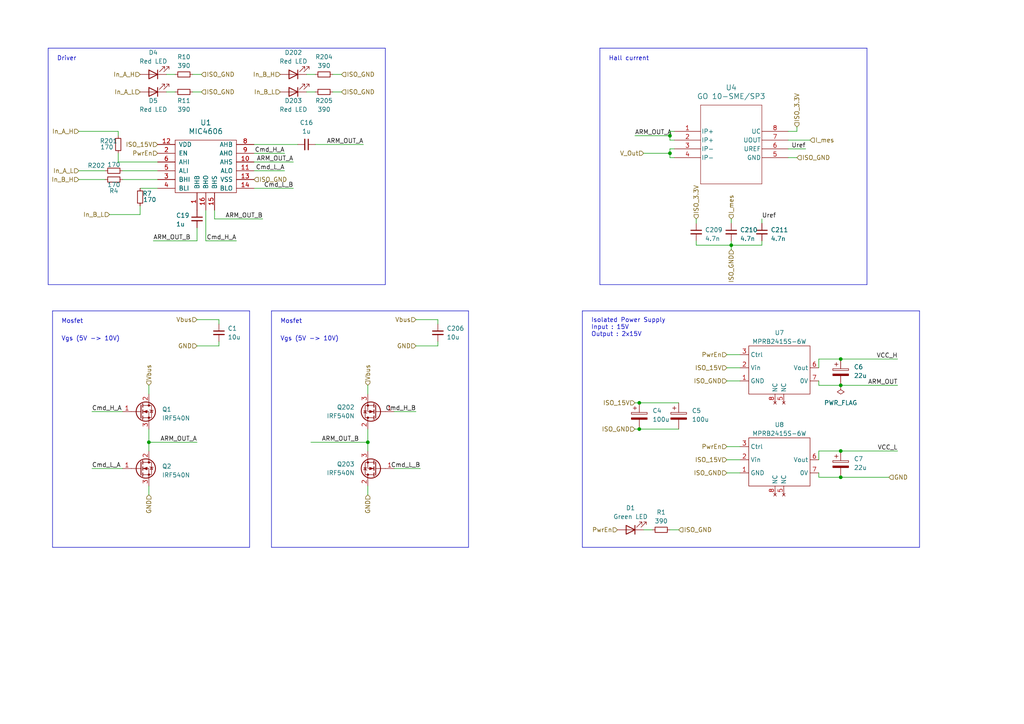
<source format=kicad_sch>
(kicad_sch
	(version 20231120)
	(generator "eeschema")
	(generator_version "8.0")
	(uuid "5dde9d1f-4b9b-4720-b58a-006d953e2dbc")
	(paper "A4")
	(title_block
		(title "AAP Inverter")
		(date "2023-05-01")
		(company "ENSEA")
	)
	(lib_symbols
		(symbol "Custom:GO_10-SME"
			(pin_names
				(offset 0.254)
			)
			(exclude_from_sim no)
			(in_bom yes)
			(on_board yes)
			(property "Reference" "U"
				(at 7.62 -12.7 0)
				(effects
					(font
						(size 1.524 1.524)
					)
				)
			)
			(property "Value" "GO 10-SME/SP3"
				(at 0 12.7 0)
				(effects
					(font
						(size 1.524 1.524)
					)
				)
			)
			(property "Footprint" "SOIC8-GO-SME/SP3_LEM"
				(at 1.27 20.32 0)
				(effects
					(font
						(size 1.27 1.27)
						(italic yes)
					)
					(hide yes)
				)
			)
			(property "Datasheet" "GO 10-SME"
				(at -5.08 17.78 0)
				(effects
					(font
						(size 1.27 1.27)
						(italic yes)
					)
					(hide yes)
				)
			)
			(property "Description" ""
				(at 0 0 0)
				(effects
					(font
						(size 1.27 1.27)
					)
					(hide yes)
				)
			)
			(property "ki_locked" ""
				(at 0 0 0)
				(effects
					(font
						(size 1.27 1.27)
					)
				)
			)
			(property "ki_keywords" "GO 10-SME"
				(at 0 0 0)
				(effects
					(font
						(size 1.27 1.27)
					)
					(hide yes)
				)
			)
			(property "ki_fp_filters" "SOIC8-GO-SME/SP3_LEM SOIC8-GO-SME/SP3_LEM-M SOIC8-GO-SME/SP3_LEM-L"
				(at 0 0 0)
				(effects
					(font
						(size 1.27 1.27)
					)
					(hide yes)
				)
			)
			(symbol "GO_10-SME_0_1"
				(polyline
					(pts
						(xy -8.89 -11.43) (xy 8.89 -11.43)
					)
					(stroke
						(width 0.127)
						(type default)
					)
					(fill
						(type none)
					)
				)
				(polyline
					(pts
						(xy -8.89 11.43) (xy -8.89 -11.43)
					)
					(stroke
						(width 0.127)
						(type default)
					)
					(fill
						(type none)
					)
				)
				(polyline
					(pts
						(xy 8.89 -11.43) (xy 8.89 11.43)
					)
					(stroke
						(width 0.127)
						(type default)
					)
					(fill
						(type none)
					)
				)
				(polyline
					(pts
						(xy 8.89 11.43) (xy -8.89 11.43)
					)
					(stroke
						(width 0.127)
						(type default)
					)
					(fill
						(type none)
					)
				)
				(pin input line
					(at -16.51 3.81 0)
					(length 7.62)
					(name "IP+"
						(effects
							(font
								(size 1.27 1.27)
							)
						)
					)
					(number "1"
						(effects
							(font
								(size 1.27 1.27)
							)
						)
					)
				)
				(pin input line
					(at -16.51 1.27 0)
					(length 7.62)
					(name "IP+"
						(effects
							(font
								(size 1.27 1.27)
							)
						)
					)
					(number "2"
						(effects
							(font
								(size 1.27 1.27)
							)
						)
					)
				)
				(pin output line
					(at 16.51 1.27 180)
					(length 7.62)
					(name "UOUT"
						(effects
							(font
								(size 1.27 1.27)
							)
						)
					)
					(number "7"
						(effects
							(font
								(size 1.27 1.27)
							)
						)
					)
				)
				(pin power_in line
					(at 16.51 3.81 180)
					(length 7.62)
					(name "UC"
						(effects
							(font
								(size 1.27 1.27)
							)
						)
					)
					(number "8"
						(effects
							(font
								(size 1.27 1.27)
							)
						)
					)
				)
			)
			(symbol "GO_10-SME_1_1"
				(pin passive line
					(at -16.51 -1.27 0)
					(length 7.62)
					(name "IP-"
						(effects
							(font
								(size 1.27 1.27)
							)
						)
					)
					(number "3"
						(effects
							(font
								(size 1.27 1.27)
							)
						)
					)
				)
				(pin passive line
					(at -16.51 -3.81 0)
					(length 7.62)
					(name "IP-"
						(effects
							(font
								(size 1.27 1.27)
							)
						)
					)
					(number "4"
						(effects
							(font
								(size 1.27 1.27)
							)
						)
					)
				)
				(pin power_in line
					(at 16.51 -3.81 180)
					(length 7.62)
					(name "GND"
						(effects
							(font
								(size 1.27 1.27)
							)
						)
					)
					(number "5"
						(effects
							(font
								(size 1.27 1.27)
							)
						)
					)
				)
				(pin output line
					(at 16.51 -1.27 180)
					(length 7.62)
					(name "UREF"
						(effects
							(font
								(size 1.27 1.27)
							)
						)
					)
					(number "6"
						(effects
							(font
								(size 1.27 1.27)
							)
						)
					)
				)
			)
		)
		(symbol "Custom:MPRB2415S-6W"
			(exclude_from_sim no)
			(in_bom yes)
			(on_board yes)
			(property "Reference" "U"
				(at 6.35 -8.89 0)
				(effects
					(font
						(size 1.27 1.27)
					)
				)
			)
			(property "Value" "MPRB2415S-6W"
				(at 0 7.62 0)
				(effects
					(font
						(size 1.27 1.27)
					)
				)
			)
			(property "Footprint" ""
				(at 0 0 0)
				(effects
					(font
						(size 1.27 1.27)
					)
					(hide yes)
				)
			)
			(property "Datasheet" ""
				(at 0 0 0)
				(effects
					(font
						(size 1.27 1.27)
					)
					(hide yes)
				)
			)
			(property "Description" ""
				(at 0 0 0)
				(effects
					(font
						(size 1.27 1.27)
					)
					(hide yes)
				)
			)
			(symbol "MPRB2415S-6W_1_1"
				(rectangle
					(start -8.89 6.35)
					(end 8.89 -7.62)
					(stroke
						(width 0)
						(type default)
					)
					(fill
						(type none)
					)
				)
				(pin power_in line
					(at -11.43 -3.81 0)
					(length 2.54)
					(name "GND"
						(effects
							(font
								(size 1.27 1.27)
							)
						)
					)
					(number "1"
						(effects
							(font
								(size 1.27 1.27)
							)
						)
					)
				)
				(pin power_in line
					(at -11.43 0 0)
					(length 2.54)
					(name "Vin"
						(effects
							(font
								(size 1.27 1.27)
							)
						)
					)
					(number "2"
						(effects
							(font
								(size 1.27 1.27)
							)
						)
					)
				)
				(pin bidirectional line
					(at -11.43 3.81 0)
					(length 2.54)
					(name "Ctrl"
						(effects
							(font
								(size 1.27 1.27)
							)
						)
					)
					(number "3"
						(effects
							(font
								(size 1.27 1.27)
							)
						)
					)
				)
				(pin no_connect line
					(at 1.27 -10.16 90)
					(length 2.54)
					(name "NC"
						(effects
							(font
								(size 1.27 1.27)
							)
						)
					)
					(number "5"
						(effects
							(font
								(size 1.27 1.27)
							)
						)
					)
				)
				(pin power_out line
					(at 11.43 0 180)
					(length 2.54)
					(name "Vout"
						(effects
							(font
								(size 1.27 1.27)
							)
						)
					)
					(number "6"
						(effects
							(font
								(size 1.27 1.27)
							)
						)
					)
				)
				(pin passive line
					(at 11.43 -3.81 180)
					(length 2.54)
					(name "0V"
						(effects
							(font
								(size 1.27 1.27)
							)
						)
					)
					(number "7"
						(effects
							(font
								(size 1.27 1.27)
							)
						)
					)
				)
				(pin no_connect line
					(at -1.27 -10.16 90)
					(length 2.54)
					(name "NC"
						(effects
							(font
								(size 1.27 1.27)
							)
						)
					)
					(number "8"
						(effects
							(font
								(size 1.27 1.27)
							)
						)
					)
				)
			)
		)
		(symbol "Device:C_Polarized"
			(pin_numbers hide)
			(pin_names
				(offset 0.254)
			)
			(exclude_from_sim no)
			(in_bom yes)
			(on_board yes)
			(property "Reference" "C"
				(at 0.635 2.54 0)
				(effects
					(font
						(size 1.27 1.27)
					)
					(justify left)
				)
			)
			(property "Value" "C_Polarized"
				(at 0.635 -2.54 0)
				(effects
					(font
						(size 1.27 1.27)
					)
					(justify left)
				)
			)
			(property "Footprint" ""
				(at 0.9652 -3.81 0)
				(effects
					(font
						(size 1.27 1.27)
					)
					(hide yes)
				)
			)
			(property "Datasheet" "~"
				(at 0 0 0)
				(effects
					(font
						(size 1.27 1.27)
					)
					(hide yes)
				)
			)
			(property "Description" "Polarized capacitor"
				(at 0 0 0)
				(effects
					(font
						(size 1.27 1.27)
					)
					(hide yes)
				)
			)
			(property "ki_keywords" "cap capacitor"
				(at 0 0 0)
				(effects
					(font
						(size 1.27 1.27)
					)
					(hide yes)
				)
			)
			(property "ki_fp_filters" "CP_*"
				(at 0 0 0)
				(effects
					(font
						(size 1.27 1.27)
					)
					(hide yes)
				)
			)
			(symbol "C_Polarized_0_1"
				(rectangle
					(start -2.286 0.508)
					(end 2.286 1.016)
					(stroke
						(width 0)
						(type default)
					)
					(fill
						(type none)
					)
				)
				(polyline
					(pts
						(xy -1.778 2.286) (xy -0.762 2.286)
					)
					(stroke
						(width 0)
						(type default)
					)
					(fill
						(type none)
					)
				)
				(polyline
					(pts
						(xy -1.27 2.794) (xy -1.27 1.778)
					)
					(stroke
						(width 0)
						(type default)
					)
					(fill
						(type none)
					)
				)
				(rectangle
					(start 2.286 -0.508)
					(end -2.286 -1.016)
					(stroke
						(width 0)
						(type default)
					)
					(fill
						(type outline)
					)
				)
			)
			(symbol "C_Polarized_1_1"
				(pin passive line
					(at 0 3.81 270)
					(length 2.794)
					(name "~"
						(effects
							(font
								(size 1.27 1.27)
							)
						)
					)
					(number "1"
						(effects
							(font
								(size 1.27 1.27)
							)
						)
					)
				)
				(pin passive line
					(at 0 -3.81 90)
					(length 2.794)
					(name "~"
						(effects
							(font
								(size 1.27 1.27)
							)
						)
					)
					(number "2"
						(effects
							(font
								(size 1.27 1.27)
							)
						)
					)
				)
			)
		)
		(symbol "Device:C_Small"
			(pin_numbers hide)
			(pin_names
				(offset 0.254) hide)
			(exclude_from_sim no)
			(in_bom yes)
			(on_board yes)
			(property "Reference" "C"
				(at 0.254 1.778 0)
				(effects
					(font
						(size 1.27 1.27)
					)
					(justify left)
				)
			)
			(property "Value" "C_Small"
				(at 0.254 -2.032 0)
				(effects
					(font
						(size 1.27 1.27)
					)
					(justify left)
				)
			)
			(property "Footprint" ""
				(at 0 0 0)
				(effects
					(font
						(size 1.27 1.27)
					)
					(hide yes)
				)
			)
			(property "Datasheet" "~"
				(at 0 0 0)
				(effects
					(font
						(size 1.27 1.27)
					)
					(hide yes)
				)
			)
			(property "Description" "Unpolarized capacitor, small symbol"
				(at 0 0 0)
				(effects
					(font
						(size 1.27 1.27)
					)
					(hide yes)
				)
			)
			(property "ki_keywords" "capacitor cap"
				(at 0 0 0)
				(effects
					(font
						(size 1.27 1.27)
					)
					(hide yes)
				)
			)
			(property "ki_fp_filters" "C_*"
				(at 0 0 0)
				(effects
					(font
						(size 1.27 1.27)
					)
					(hide yes)
				)
			)
			(symbol "C_Small_0_1"
				(polyline
					(pts
						(xy -1.524 -0.508) (xy 1.524 -0.508)
					)
					(stroke
						(width 0.3302)
						(type default)
					)
					(fill
						(type none)
					)
				)
				(polyline
					(pts
						(xy -1.524 0.508) (xy 1.524 0.508)
					)
					(stroke
						(width 0.3048)
						(type default)
					)
					(fill
						(type none)
					)
				)
			)
			(symbol "C_Small_1_1"
				(pin passive line
					(at 0 2.54 270)
					(length 2.032)
					(name "~"
						(effects
							(font
								(size 1.27 1.27)
							)
						)
					)
					(number "1"
						(effects
							(font
								(size 1.27 1.27)
							)
						)
					)
				)
				(pin passive line
					(at 0 -2.54 90)
					(length 2.032)
					(name "~"
						(effects
							(font
								(size 1.27 1.27)
							)
						)
					)
					(number "2"
						(effects
							(font
								(size 1.27 1.27)
							)
						)
					)
				)
			)
		)
		(symbol "Device:LED"
			(pin_numbers hide)
			(pin_names
				(offset 1.016) hide)
			(exclude_from_sim no)
			(in_bom yes)
			(on_board yes)
			(property "Reference" "D"
				(at 0 2.54 0)
				(effects
					(font
						(size 1.27 1.27)
					)
				)
			)
			(property "Value" "LED"
				(at 0 -2.54 0)
				(effects
					(font
						(size 1.27 1.27)
					)
				)
			)
			(property "Footprint" ""
				(at 0 0 0)
				(effects
					(font
						(size 1.27 1.27)
					)
					(hide yes)
				)
			)
			(property "Datasheet" "~"
				(at 0 0 0)
				(effects
					(font
						(size 1.27 1.27)
					)
					(hide yes)
				)
			)
			(property "Description" "Light emitting diode"
				(at 0 0 0)
				(effects
					(font
						(size 1.27 1.27)
					)
					(hide yes)
				)
			)
			(property "ki_keywords" "LED diode"
				(at 0 0 0)
				(effects
					(font
						(size 1.27 1.27)
					)
					(hide yes)
				)
			)
			(property "ki_fp_filters" "LED* LED_SMD:* LED_THT:*"
				(at 0 0 0)
				(effects
					(font
						(size 1.27 1.27)
					)
					(hide yes)
				)
			)
			(symbol "LED_0_1"
				(polyline
					(pts
						(xy -1.27 -1.27) (xy -1.27 1.27)
					)
					(stroke
						(width 0.254)
						(type default)
					)
					(fill
						(type none)
					)
				)
				(polyline
					(pts
						(xy -1.27 0) (xy 1.27 0)
					)
					(stroke
						(width 0)
						(type default)
					)
					(fill
						(type none)
					)
				)
				(polyline
					(pts
						(xy 1.27 -1.27) (xy 1.27 1.27) (xy -1.27 0) (xy 1.27 -1.27)
					)
					(stroke
						(width 0.254)
						(type default)
					)
					(fill
						(type none)
					)
				)
				(polyline
					(pts
						(xy -3.048 -0.762) (xy -4.572 -2.286) (xy -3.81 -2.286) (xy -4.572 -2.286) (xy -4.572 -1.524)
					)
					(stroke
						(width 0)
						(type default)
					)
					(fill
						(type none)
					)
				)
				(polyline
					(pts
						(xy -1.778 -0.762) (xy -3.302 -2.286) (xy -2.54 -2.286) (xy -3.302 -2.286) (xy -3.302 -1.524)
					)
					(stroke
						(width 0)
						(type default)
					)
					(fill
						(type none)
					)
				)
			)
			(symbol "LED_1_1"
				(pin passive line
					(at -3.81 0 0)
					(length 2.54)
					(name "K"
						(effects
							(font
								(size 1.27 1.27)
							)
						)
					)
					(number "1"
						(effects
							(font
								(size 1.27 1.27)
							)
						)
					)
				)
				(pin passive line
					(at 3.81 0 180)
					(length 2.54)
					(name "A"
						(effects
							(font
								(size 1.27 1.27)
							)
						)
					)
					(number "2"
						(effects
							(font
								(size 1.27 1.27)
							)
						)
					)
				)
			)
		)
		(symbol "Device:R_Small"
			(pin_numbers hide)
			(pin_names
				(offset 0.254) hide)
			(exclude_from_sim no)
			(in_bom yes)
			(on_board yes)
			(property "Reference" "R"
				(at 0.762 0.508 0)
				(effects
					(font
						(size 1.27 1.27)
					)
					(justify left)
				)
			)
			(property "Value" "R_Small"
				(at 0.762 -1.016 0)
				(effects
					(font
						(size 1.27 1.27)
					)
					(justify left)
				)
			)
			(property "Footprint" ""
				(at 0 0 0)
				(effects
					(font
						(size 1.27 1.27)
					)
					(hide yes)
				)
			)
			(property "Datasheet" "~"
				(at 0 0 0)
				(effects
					(font
						(size 1.27 1.27)
					)
					(hide yes)
				)
			)
			(property "Description" "Resistor, small symbol"
				(at 0 0 0)
				(effects
					(font
						(size 1.27 1.27)
					)
					(hide yes)
				)
			)
			(property "ki_keywords" "R resistor"
				(at 0 0 0)
				(effects
					(font
						(size 1.27 1.27)
					)
					(hide yes)
				)
			)
			(property "ki_fp_filters" "R_*"
				(at 0 0 0)
				(effects
					(font
						(size 1.27 1.27)
					)
					(hide yes)
				)
			)
			(symbol "R_Small_0_1"
				(rectangle
					(start -0.762 1.778)
					(end 0.762 -1.778)
					(stroke
						(width 0.2032)
						(type default)
					)
					(fill
						(type none)
					)
				)
			)
			(symbol "R_Small_1_1"
				(pin passive line
					(at 0 2.54 270)
					(length 0.762)
					(name "~"
						(effects
							(font
								(size 1.27 1.27)
							)
						)
					)
					(number "1"
						(effects
							(font
								(size 1.27 1.27)
							)
						)
					)
				)
				(pin passive line
					(at 0 -2.54 90)
					(length 0.762)
					(name "~"
						(effects
							(font
								(size 1.27 1.27)
							)
						)
					)
					(number "2"
						(effects
							(font
								(size 1.27 1.27)
							)
						)
					)
				)
			)
		)
		(symbol "MPRB2415S-6W_1"
			(exclude_from_sim no)
			(in_bom yes)
			(on_board yes)
			(property "Reference" "U"
				(at 6.35 -8.89 0)
				(effects
					(font
						(size 1.27 1.27)
					)
				)
			)
			(property "Value" "MPRB2415S-6W"
				(at 0 7.62 0)
				(effects
					(font
						(size 1.27 1.27)
					)
				)
			)
			(property "Footprint" ""
				(at 0 0 0)
				(effects
					(font
						(size 1.27 1.27)
					)
					(hide yes)
				)
			)
			(property "Datasheet" ""
				(at 0 0 0)
				(effects
					(font
						(size 1.27 1.27)
					)
					(hide yes)
				)
			)
			(property "Description" ""
				(at 0 0 0)
				(effects
					(font
						(size 1.27 1.27)
					)
					(hide yes)
				)
			)
			(symbol "MPRB2415S-6W_1_1_1"
				(rectangle
					(start -8.89 6.35)
					(end 8.89 -7.62)
					(stroke
						(width 0)
						(type default)
					)
					(fill
						(type none)
					)
				)
				(pin power_in line
					(at -11.43 -3.81 0)
					(length 2.54)
					(name "GND"
						(effects
							(font
								(size 1.27 1.27)
							)
						)
					)
					(number "1"
						(effects
							(font
								(size 1.27 1.27)
							)
						)
					)
				)
				(pin power_in line
					(at -11.43 0 0)
					(length 2.54)
					(name "Vin"
						(effects
							(font
								(size 1.27 1.27)
							)
						)
					)
					(number "2"
						(effects
							(font
								(size 1.27 1.27)
							)
						)
					)
				)
				(pin bidirectional line
					(at -11.43 3.81 0)
					(length 2.54)
					(name "Ctrl"
						(effects
							(font
								(size 1.27 1.27)
							)
						)
					)
					(number "3"
						(effects
							(font
								(size 1.27 1.27)
							)
						)
					)
				)
				(pin no_connect line
					(at 1.27 -10.16 90)
					(length 2.54)
					(name "NC"
						(effects
							(font
								(size 1.27 1.27)
							)
						)
					)
					(number "5"
						(effects
							(font
								(size 1.27 1.27)
							)
						)
					)
				)
				(pin power_out line
					(at 11.43 0 180)
					(length 2.54)
					(name "Vout"
						(effects
							(font
								(size 1.27 1.27)
							)
						)
					)
					(number "6"
						(effects
							(font
								(size 1.27 1.27)
							)
						)
					)
				)
				(pin passive line
					(at 11.43 -3.81 180)
					(length 2.54)
					(name "0V"
						(effects
							(font
								(size 1.27 1.27)
							)
						)
					)
					(number "7"
						(effects
							(font
								(size 1.27 1.27)
							)
						)
					)
				)
				(pin no_connect line
					(at -1.27 -10.16 90)
					(length 2.54)
					(name "NC"
						(effects
							(font
								(size 1.27 1.27)
							)
						)
					)
					(number "8"
						(effects
							(font
								(size 1.27 1.27)
							)
						)
					)
				)
			)
		)
		(symbol "Transistor_FET:IRF540N"
			(pin_names hide)
			(exclude_from_sim no)
			(in_bom yes)
			(on_board yes)
			(property "Reference" "Q"
				(at 6.35 1.905 0)
				(effects
					(font
						(size 1.27 1.27)
					)
					(justify left)
				)
			)
			(property "Value" "IRF540N"
				(at 6.35 0 0)
				(effects
					(font
						(size 1.27 1.27)
					)
					(justify left)
				)
			)
			(property "Footprint" "Package_TO_SOT_THT:TO-220-3_Vertical"
				(at 6.35 -1.905 0)
				(effects
					(font
						(size 1.27 1.27)
						(italic yes)
					)
					(justify left)
					(hide yes)
				)
			)
			(property "Datasheet" "http://www.irf.com/product-info/datasheets/data/irf540n.pdf"
				(at 0 0 0)
				(effects
					(font
						(size 1.27 1.27)
					)
					(justify left)
					(hide yes)
				)
			)
			(property "Description" "33A Id, 100V Vds, HEXFET N-Channel MOSFET, TO-220"
				(at 0 0 0)
				(effects
					(font
						(size 1.27 1.27)
					)
					(hide yes)
				)
			)
			(property "ki_keywords" "HEXFET N-Channel MOSFET"
				(at 0 0 0)
				(effects
					(font
						(size 1.27 1.27)
					)
					(hide yes)
				)
			)
			(property "ki_fp_filters" "TO?220*"
				(at 0 0 0)
				(effects
					(font
						(size 1.27 1.27)
					)
					(hide yes)
				)
			)
			(symbol "IRF540N_0_1"
				(polyline
					(pts
						(xy 0.254 0) (xy -2.54 0)
					)
					(stroke
						(width 0)
						(type default)
					)
					(fill
						(type none)
					)
				)
				(polyline
					(pts
						(xy 0.254 1.905) (xy 0.254 -1.905)
					)
					(stroke
						(width 0.254)
						(type default)
					)
					(fill
						(type none)
					)
				)
				(polyline
					(pts
						(xy 0.762 -1.27) (xy 0.762 -2.286)
					)
					(stroke
						(width 0.254)
						(type default)
					)
					(fill
						(type none)
					)
				)
				(polyline
					(pts
						(xy 0.762 0.508) (xy 0.762 -0.508)
					)
					(stroke
						(width 0.254)
						(type default)
					)
					(fill
						(type none)
					)
				)
				(polyline
					(pts
						(xy 0.762 2.286) (xy 0.762 1.27)
					)
					(stroke
						(width 0.254)
						(type default)
					)
					(fill
						(type none)
					)
				)
				(polyline
					(pts
						(xy 2.54 2.54) (xy 2.54 1.778)
					)
					(stroke
						(width 0)
						(type default)
					)
					(fill
						(type none)
					)
				)
				(polyline
					(pts
						(xy 2.54 -2.54) (xy 2.54 0) (xy 0.762 0)
					)
					(stroke
						(width 0)
						(type default)
					)
					(fill
						(type none)
					)
				)
				(polyline
					(pts
						(xy 0.762 -1.778) (xy 3.302 -1.778) (xy 3.302 1.778) (xy 0.762 1.778)
					)
					(stroke
						(width 0)
						(type default)
					)
					(fill
						(type none)
					)
				)
				(polyline
					(pts
						(xy 1.016 0) (xy 2.032 0.381) (xy 2.032 -0.381) (xy 1.016 0)
					)
					(stroke
						(width 0)
						(type default)
					)
					(fill
						(type outline)
					)
				)
				(polyline
					(pts
						(xy 2.794 0.508) (xy 2.921 0.381) (xy 3.683 0.381) (xy 3.81 0.254)
					)
					(stroke
						(width 0)
						(type default)
					)
					(fill
						(type none)
					)
				)
				(polyline
					(pts
						(xy 3.302 0.381) (xy 2.921 -0.254) (xy 3.683 -0.254) (xy 3.302 0.381)
					)
					(stroke
						(width 0)
						(type default)
					)
					(fill
						(type none)
					)
				)
				(circle
					(center 1.651 0)
					(radius 2.794)
					(stroke
						(width 0.254)
						(type default)
					)
					(fill
						(type none)
					)
				)
				(circle
					(center 2.54 -1.778)
					(radius 0.254)
					(stroke
						(width 0)
						(type default)
					)
					(fill
						(type outline)
					)
				)
				(circle
					(center 2.54 1.778)
					(radius 0.254)
					(stroke
						(width 0)
						(type default)
					)
					(fill
						(type outline)
					)
				)
			)
			(symbol "IRF540N_1_1"
				(pin input line
					(at -5.08 0 0)
					(length 2.54)
					(name "G"
						(effects
							(font
								(size 1.27 1.27)
							)
						)
					)
					(number "1"
						(effects
							(font
								(size 1.27 1.27)
							)
						)
					)
				)
				(pin passive line
					(at 2.54 5.08 270)
					(length 2.54)
					(name "D"
						(effects
							(font
								(size 1.27 1.27)
							)
						)
					)
					(number "2"
						(effects
							(font
								(size 1.27 1.27)
							)
						)
					)
				)
				(pin passive line
					(at 2.54 -5.08 90)
					(length 2.54)
					(name "S"
						(effects
							(font
								(size 1.27 1.27)
							)
						)
					)
					(number "3"
						(effects
							(font
								(size 1.27 1.27)
							)
						)
					)
				)
			)
		)
		(symbol "mic4606:MIC4606"
			(pin_names
				(offset 1.016)
			)
			(exclude_from_sim no)
			(in_bom yes)
			(on_board yes)
			(property "Reference" "U"
				(at 5.08 10.16 0)
				(effects
					(font
						(size 1.524 1.524)
					)
					(justify right)
				)
			)
			(property "Value" "MIC4606"
				(at -3.81 10.16 0)
				(effects
					(font
						(size 1.524 1.524)
					)
				)
			)
			(property "Footprint" ""
				(at 0 1.27 0)
				(effects
					(font
						(size 1.524 1.524)
					)
					(hide yes)
				)
			)
			(property "Datasheet" ""
				(at 0 1.27 0)
				(effects
					(font
						(size 1.524 1.524)
					)
					(hide yes)
				)
			)
			(property "Description" ""
				(at 0 0 0)
				(effects
					(font
						(size 1.27 1.27)
					)
					(hide yes)
				)
			)
			(symbol "MIC4606_0_1"
				(rectangle
					(start -8.89 8.89)
					(end 8.89 -6.35)
					(stroke
						(width 0)
						(type solid)
					)
					(fill
						(type none)
					)
				)
			)
			(symbol "MIC4606_1_1"
				(pin output line
					(at -2.54 -11.43 90)
					(length 5.08)
					(name "BHB"
						(effects
							(font
								(size 1.27 1.27)
							)
						)
					)
					(number "1"
						(effects
							(font
								(size 1.27 1.27)
							)
						)
					)
				)
				(pin output line
					(at 13.97 2.54 180)
					(length 5.08)
					(name "AHS"
						(effects
							(font
								(size 1.27 1.27)
							)
						)
					)
					(number "10"
						(effects
							(font
								(size 1.27 1.27)
							)
						)
					)
				)
				(pin output line
					(at 13.97 0 180)
					(length 5.08)
					(name "ALO"
						(effects
							(font
								(size 1.27 1.27)
							)
						)
					)
					(number "11"
						(effects
							(font
								(size 1.27 1.27)
							)
						)
					)
				)
				(pin power_in line
					(at -13.97 7.62 0)
					(length 5.08)
					(name "VDD"
						(effects
							(font
								(size 1.27 1.27)
							)
						)
					)
					(number "12"
						(effects
							(font
								(size 1.27 1.27)
							)
						)
					)
				)
				(pin output line
					(at 13.97 -2.54 180)
					(length 5.08)
					(name "VSS"
						(effects
							(font
								(size 1.27 1.27)
							)
						)
					)
					(number "13"
						(effects
							(font
								(size 1.27 1.27)
							)
						)
					)
				)
				(pin output line
					(at 13.97 -5.08 180)
					(length 5.08)
					(name "BLO"
						(effects
							(font
								(size 1.27 1.27)
							)
						)
					)
					(number "14"
						(effects
							(font
								(size 1.27 1.27)
							)
						)
					)
				)
				(pin output line
					(at 2.54 -11.43 90)
					(length 5.08)
					(name "BHS"
						(effects
							(font
								(size 1.27 1.27)
							)
						)
					)
					(number "15"
						(effects
							(font
								(size 1.27 1.27)
							)
						)
					)
				)
				(pin output line
					(at 0 -11.43 90)
					(length 5.08)
					(name "BHO"
						(effects
							(font
								(size 1.27 1.27)
							)
						)
					)
					(number "16"
						(effects
							(font
								(size 1.27 1.27)
							)
						)
					)
				)
				(pin input line
					(at -13.97 5.08 0)
					(length 5.08)
					(name "EN"
						(effects
							(font
								(size 1.27 1.27)
							)
						)
					)
					(number "2"
						(effects
							(font
								(size 1.27 1.27)
							)
						)
					)
				)
				(pin input line
					(at -13.97 -2.54 0)
					(length 5.08)
					(name "BHI"
						(effects
							(font
								(size 1.27 1.27)
							)
						)
					)
					(number "3"
						(effects
							(font
								(size 1.27 1.27)
							)
						)
					)
				)
				(pin input line
					(at -13.97 -5.08 0)
					(length 5.08)
					(name "BLI"
						(effects
							(font
								(size 1.27 1.27)
							)
						)
					)
					(number "4"
						(effects
							(font
								(size 1.27 1.27)
							)
						)
					)
				)
				(pin input line
					(at -13.97 0 0)
					(length 5.08)
					(name "ALI"
						(effects
							(font
								(size 1.27 1.27)
							)
						)
					)
					(number "5"
						(effects
							(font
								(size 1.27 1.27)
							)
						)
					)
				)
				(pin input line
					(at -13.97 2.54 0)
					(length 5.08)
					(name "AHI"
						(effects
							(font
								(size 1.27 1.27)
							)
						)
					)
					(number "6"
						(effects
							(font
								(size 1.27 1.27)
							)
						)
					)
				)
				(pin output line
					(at 13.97 7.62 180)
					(length 5.08)
					(name "AHB"
						(effects
							(font
								(size 1.27 1.27)
							)
						)
					)
					(number "8"
						(effects
							(font
								(size 1.27 1.27)
							)
						)
					)
				)
				(pin output line
					(at 13.97 5.08 180)
					(length 5.08)
					(name "AHO"
						(effects
							(font
								(size 1.27 1.27)
							)
						)
					)
					(number "9"
						(effects
							(font
								(size 1.27 1.27)
							)
						)
					)
				)
			)
		)
		(symbol "power:PWR_FLAG"
			(power)
			(pin_numbers hide)
			(pin_names
				(offset 0) hide)
			(exclude_from_sim no)
			(in_bom yes)
			(on_board yes)
			(property "Reference" "#FLG"
				(at 0 1.905 0)
				(effects
					(font
						(size 1.27 1.27)
					)
					(hide yes)
				)
			)
			(property "Value" "PWR_FLAG"
				(at 0 3.81 0)
				(effects
					(font
						(size 1.27 1.27)
					)
				)
			)
			(property "Footprint" ""
				(at 0 0 0)
				(effects
					(font
						(size 1.27 1.27)
					)
					(hide yes)
				)
			)
			(property "Datasheet" "~"
				(at 0 0 0)
				(effects
					(font
						(size 1.27 1.27)
					)
					(hide yes)
				)
			)
			(property "Description" "Special symbol for telling ERC where power comes from"
				(at 0 0 0)
				(effects
					(font
						(size 1.27 1.27)
					)
					(hide yes)
				)
			)
			(property "ki_keywords" "flag power"
				(at 0 0 0)
				(effects
					(font
						(size 1.27 1.27)
					)
					(hide yes)
				)
			)
			(symbol "PWR_FLAG_0_0"
				(pin power_out line
					(at 0 0 90)
					(length 0)
					(name "pwr"
						(effects
							(font
								(size 1.27 1.27)
							)
						)
					)
					(number "1"
						(effects
							(font
								(size 1.27 1.27)
							)
						)
					)
				)
			)
			(symbol "PWR_FLAG_0_1"
				(polyline
					(pts
						(xy 0 0) (xy 0 1.27) (xy -1.016 1.905) (xy 0 2.54) (xy 1.016 1.905) (xy 0 1.27)
					)
					(stroke
						(width 0)
						(type default)
					)
					(fill
						(type none)
					)
				)
			)
		)
	)
	(junction
		(at 185.42 124.46)
		(diameter 0)
		(color 0 0 0 0)
		(uuid "002dc5f0-7c18-4849-90a9-bd88d815f39d")
	)
	(junction
		(at 194.31 44.45)
		(diameter 0)
		(color 0 0 0 0)
		(uuid "38300eaf-faf9-4591-b1ac-6d741b3d91dd")
	)
	(junction
		(at 243.84 130.81)
		(diameter 0)
		(color 0 0 0 0)
		(uuid "3832ae05-87d0-4e2d-ab6d-a836b78815a3")
	)
	(junction
		(at 212.09 71.12)
		(diameter 0)
		(color 0 0 0 0)
		(uuid "3d27ba4f-72e5-4fc1-ae55-b00f1f21ee24")
	)
	(junction
		(at 243.84 138.43)
		(diameter 0)
		(color 0 0 0 0)
		(uuid "4303fee3-6012-4827-8e0e-018fd90aae1d")
	)
	(junction
		(at 185.42 116.84)
		(diameter 0)
		(color 0 0 0 0)
		(uuid "5569a825-b4d5-4e09-a4f2-f57393495a44")
	)
	(junction
		(at 243.84 104.14)
		(diameter 0)
		(color 0 0 0 0)
		(uuid "811f9929-30a1-40ef-9cd7-a30dd859c166")
	)
	(junction
		(at 243.84 111.76)
		(diameter 0)
		(color 0 0 0 0)
		(uuid "89f49ece-9c17-43f0-b421-6800f786b29b")
	)
	(junction
		(at 43.18 128.27)
		(diameter 0)
		(color 0 0 0 0)
		(uuid "eecf07d0-44e6-443e-be9e-64a80f4bd18a")
	)
	(junction
		(at 106.68 128.27)
		(diameter 0)
		(color 0 0 0 0)
		(uuid "f2c3af4a-89f9-49d8-95c7-46aa17531028")
	)
	(junction
		(at 194.31 39.37)
		(diameter 0)
		(color 0 0 0 0)
		(uuid "fe3e4122-f526-4f4b-8aa2-bcc26293949f")
	)
	(wire
		(pts
			(xy 43.18 140.97) (xy 43.18 143.51)
		)
		(stroke
			(width 0)
			(type default)
		)
		(uuid "021a1a5f-f0e0-4495-86ea-f0c66874d6c5")
	)
	(wire
		(pts
			(xy 212.09 69.85) (xy 212.09 71.12)
		)
		(stroke
			(width 0)
			(type default)
		)
		(uuid "03261cfa-561d-4f9c-9087-8162968395f7")
	)
	(wire
		(pts
			(xy 201.93 71.12) (xy 212.09 71.12)
		)
		(stroke
			(width 0)
			(type default)
		)
		(uuid "04242d7c-5e42-4705-a83b-2f0eed056c2e")
	)
	(wire
		(pts
			(xy 73.66 46.99) (xy 85.09 46.99)
		)
		(stroke
			(width 0)
			(type default)
		)
		(uuid "04d116e6-2628-45c9-b5c9-0576933ecb35")
	)
	(wire
		(pts
			(xy 30.48 52.07) (xy 22.86 52.07)
		)
		(stroke
			(width 0)
			(type default)
		)
		(uuid "05e1ef67-bcb1-4fb3-9799-0130eda58ee6")
	)
	(wire
		(pts
			(xy 237.49 111.76) (xy 243.84 111.76)
		)
		(stroke
			(width 0)
			(type default)
		)
		(uuid "08a27db5-2a33-4bf5-9200-87943dfec534")
	)
	(wire
		(pts
			(xy 210.82 102.87) (xy 214.63 102.87)
		)
		(stroke
			(width 0)
			(type default)
		)
		(uuid "0d0d8ca0-e154-4f7d-a7b8-e5cd55bb8bc8")
	)
	(wire
		(pts
			(xy 106.68 140.97) (xy 106.68 143.51)
		)
		(stroke
			(width 0)
			(type default)
		)
		(uuid "0dd573c4-fb35-42f8-af31-b1d42bbebe28")
	)
	(polyline
		(pts
			(xy 15.24 90.17) (xy 72.39 90.17)
		)
		(stroke
			(width 0)
			(type default)
		)
		(uuid "0e63f09e-0d4a-44d4-890f-2a381ea9ecb5")
	)
	(wire
		(pts
			(xy 127 92.71) (xy 127 93.98)
		)
		(stroke
			(width 0)
			(type default)
		)
		(uuid "0fab3e23-20e5-4ec5-8e54-77953e79e99b")
	)
	(wire
		(pts
			(xy 237.49 111.76) (xy 237.49 110.49)
		)
		(stroke
			(width 0)
			(type default)
		)
		(uuid "126bc344-cae3-4cc6-889e-e2a49007e86d")
	)
	(polyline
		(pts
			(xy 251.46 82.55) (xy 173.99 82.55)
		)
		(stroke
			(width 0)
			(type default)
		)
		(uuid "16ca09ec-c359-4c6b-9344-d7ea3b0fc848")
	)
	(wire
		(pts
			(xy 106.68 111.76) (xy 106.68 114.3)
		)
		(stroke
			(width 0)
			(type default)
		)
		(uuid "1976aeda-2490-4ddf-a436-b20d189e6732")
	)
	(wire
		(pts
			(xy 106.68 124.46) (xy 106.68 128.27)
		)
		(stroke
			(width 0)
			(type default)
		)
		(uuid "19a46633-aacc-4e08-9900-a23834f3c1cc")
	)
	(wire
		(pts
			(xy 40.64 54.61) (xy 45.72 54.61)
		)
		(stroke
			(width 0)
			(type default)
		)
		(uuid "1a7d3350-0c3b-4758-843f-1920142aca67")
	)
	(wire
		(pts
			(xy 195.58 40.64) (xy 194.31 40.64)
		)
		(stroke
			(width 0)
			(type default)
		)
		(uuid "1d2cfd4c-1fc6-4fe1-9095-9a96496e8b1b")
	)
	(wire
		(pts
			(xy 43.18 128.27) (xy 43.18 130.81)
		)
		(stroke
			(width 0)
			(type default)
		)
		(uuid "1da3df67-b497-4b81-9546-b4d4f840cfbe")
	)
	(wire
		(pts
			(xy 63.5 92.71) (xy 63.5 93.98)
		)
		(stroke
			(width 0)
			(type default)
		)
		(uuid "1e3154d2-c4f4-472f-8c79-f178fa5d4140")
	)
	(wire
		(pts
			(xy 237.49 138.43) (xy 243.84 138.43)
		)
		(stroke
			(width 0)
			(type default)
		)
		(uuid "210f094e-a7dd-4e2d-b58d-855669b8cc59")
	)
	(polyline
		(pts
			(xy 15.24 90.17) (xy 15.24 158.75)
		)
		(stroke
			(width 0)
			(type default)
		)
		(uuid "21240868-093a-4a6b-8e8e-fe8d6d3a5ed7")
	)
	(wire
		(pts
			(xy 237.49 104.14) (xy 237.49 106.68)
		)
		(stroke
			(width 0)
			(type default)
		)
		(uuid "214500b7-46d4-415e-9456-d5289acf4bec")
	)
	(polyline
		(pts
			(xy 266.7 90.17) (xy 266.7 158.75)
		)
		(stroke
			(width 0)
			(type default)
		)
		(uuid "215697d6-b341-443e-a9d3-661a8ed2b56c")
	)
	(wire
		(pts
			(xy 43.18 111.76) (xy 43.18 114.3)
		)
		(stroke
			(width 0)
			(type default)
		)
		(uuid "2209ae53-eee2-4d3c-80a6-586894600c56")
	)
	(wire
		(pts
			(xy 194.31 44.45) (xy 194.31 43.18)
		)
		(stroke
			(width 0)
			(type default)
		)
		(uuid "226c80bd-6187-4afb-a305-bbfa6d46f959")
	)
	(wire
		(pts
			(xy 62.23 63.5) (xy 62.23 60.96)
		)
		(stroke
			(width 0)
			(type default)
		)
		(uuid "22bdeeca-f7b0-45b7-9077-0adc7c1de44f")
	)
	(wire
		(pts
			(xy 62.23 63.5) (xy 76.2 63.5)
		)
		(stroke
			(width 0)
			(type default)
		)
		(uuid "24b2d23d-b301-45bb-8936-d6063a3a254d")
	)
	(wire
		(pts
			(xy 228.6 38.1) (xy 231.14 38.1)
		)
		(stroke
			(width 0)
			(type default)
		)
		(uuid "25a6d771-fefa-406e-8bbf-887b2436d696")
	)
	(wire
		(pts
			(xy 194.31 43.18) (xy 195.58 43.18)
		)
		(stroke
			(width 0)
			(type default)
		)
		(uuid "2dfa3094-f5be-4c07-a33a-d07021b0b61d")
	)
	(wire
		(pts
			(xy 57.15 100.33) (xy 63.5 100.33)
		)
		(stroke
			(width 0)
			(type default)
		)
		(uuid "30c8a483-a171-4ff5-9afe-9a6db01b03db")
	)
	(wire
		(pts
			(xy 34.29 46.99) (xy 45.72 46.99)
		)
		(stroke
			(width 0)
			(type default)
		)
		(uuid "3221d3ca-87b6-4c68-a4b4-b64a81f2094a")
	)
	(wire
		(pts
			(xy 31.75 62.23) (xy 40.64 62.23)
		)
		(stroke
			(width 0)
			(type default)
		)
		(uuid "32538877-4104-44e9-8a55-2a0b7a13bf5e")
	)
	(wire
		(pts
			(xy 127 99.06) (xy 127 100.33)
		)
		(stroke
			(width 0)
			(type default)
		)
		(uuid "35c490db-0097-4268-ab98-ab043270d535")
	)
	(wire
		(pts
			(xy 90.17 128.27) (xy 106.68 128.27)
		)
		(stroke
			(width 0)
			(type default)
		)
		(uuid "3b822c78-5362-412a-800a-41e6bbbc321f")
	)
	(wire
		(pts
			(xy 220.98 69.85) (xy 220.98 71.12)
		)
		(stroke
			(width 0)
			(type default)
		)
		(uuid "406f8552-9606-4aab-a3ac-36166e7c0350")
	)
	(wire
		(pts
			(xy 35.56 52.07) (xy 45.72 52.07)
		)
		(stroke
			(width 0)
			(type default)
		)
		(uuid "49f8d0f5-2143-40d3-a756-ac450beaae53")
	)
	(wire
		(pts
			(xy 88.9 21.59) (xy 91.44 21.59)
		)
		(stroke
			(width 0)
			(type default)
		)
		(uuid "4ab9d266-c6e9-4e13-870a-e3cbd3207a8b")
	)
	(wire
		(pts
			(xy 243.84 104.14) (xy 260.35 104.14)
		)
		(stroke
			(width 0)
			(type default)
		)
		(uuid "4eeaa529-fe43-4e94-b85f-ed28712b40ac")
	)
	(wire
		(pts
			(xy 43.18 124.46) (xy 43.18 128.27)
		)
		(stroke
			(width 0)
			(type default)
		)
		(uuid "50489330-1f27-423f-be55-8d2d0992acf7")
	)
	(wire
		(pts
			(xy 88.9 26.67) (xy 91.44 26.67)
		)
		(stroke
			(width 0)
			(type default)
		)
		(uuid "52e0c00d-06f5-456b-a071-d5375f4928c4")
	)
	(wire
		(pts
			(xy 85.09 54.61) (xy 73.66 54.61)
		)
		(stroke
			(width 0)
			(type default)
		)
		(uuid "53599c2f-f096-4bde-820f-d134019e527c")
	)
	(wire
		(pts
			(xy 237.49 130.81) (xy 237.49 133.35)
		)
		(stroke
			(width 0)
			(type default)
		)
		(uuid "54f6e046-e403-45e1-b320-30932e92ad1f")
	)
	(wire
		(pts
			(xy 121.92 135.89) (xy 114.3 135.89)
		)
		(stroke
			(width 0)
			(type default)
		)
		(uuid "56f2b002-3800-4192-87b9-64c0ca09f801")
	)
	(wire
		(pts
			(xy 184.15 116.84) (xy 185.42 116.84)
		)
		(stroke
			(width 0)
			(type default)
		)
		(uuid "575c9aff-c6ee-4a0f-82aa-d450abb7d1f5")
	)
	(wire
		(pts
			(xy 184.15 124.46) (xy 185.42 124.46)
		)
		(stroke
			(width 0)
			(type default)
		)
		(uuid "5c99e1d3-3562-40d0-9d7d-d0a905c2e801")
	)
	(wire
		(pts
			(xy 194.31 44.45) (xy 194.31 45.72)
		)
		(stroke
			(width 0)
			(type default)
		)
		(uuid "5f8dacc5-1d2b-4a31-8a9a-6496b1011fe1")
	)
	(wire
		(pts
			(xy 243.84 111.76) (xy 260.35 111.76)
		)
		(stroke
			(width 0)
			(type default)
		)
		(uuid "60e33000-d626-4fa9-b9b0-08704d3ac354")
	)
	(wire
		(pts
			(xy 26.67 119.38) (xy 35.56 119.38)
		)
		(stroke
			(width 0)
			(type default)
		)
		(uuid "68d9b828-5d61-4e8a-911c-a48fe6b31dec")
	)
	(wire
		(pts
			(xy 57.15 69.85) (xy 44.45 69.85)
		)
		(stroke
			(width 0)
			(type default)
		)
		(uuid "6a9576e5-5aca-46a1-8bce-5435beb40869")
	)
	(wire
		(pts
			(xy 201.93 63.5) (xy 201.93 64.77)
		)
		(stroke
			(width 0)
			(type default)
		)
		(uuid "6ca724f7-4b22-4d61-a576-9cd73e3fc034")
	)
	(wire
		(pts
			(xy 186.69 44.45) (xy 194.31 44.45)
		)
		(stroke
			(width 0)
			(type default)
		)
		(uuid "6dbabeb1-17d9-4eec-a485-c9165be9d377")
	)
	(polyline
		(pts
			(xy 168.91 90.17) (xy 168.91 158.75)
		)
		(stroke
			(width 0)
			(type default)
		)
		(uuid "6e8e77d5-7229-400d-bbd9-bc5751ba1621")
	)
	(wire
		(pts
			(xy 59.69 69.85) (xy 59.69 60.96)
		)
		(stroke
			(width 0)
			(type default)
		)
		(uuid "6fc152fe-0fbb-4a54-99e0-e8846ef8a35a")
	)
	(polyline
		(pts
			(xy 111.76 13.97) (xy 111.76 82.55)
		)
		(stroke
			(width 0)
			(type default)
		)
		(uuid "701d6d10-c689-4f06-8185-08146ca7cda3")
	)
	(wire
		(pts
			(xy 35.56 49.53) (xy 45.72 49.53)
		)
		(stroke
			(width 0)
			(type default)
		)
		(uuid "706d835c-68de-4d5b-b00e-4cbf28c3d3ee")
	)
	(polyline
		(pts
			(xy 13.97 13.97) (xy 111.76 13.97)
		)
		(stroke
			(width 0)
			(type default)
		)
		(uuid "7621fb44-0131-4fcf-ac54-17f0e0a7f733")
	)
	(wire
		(pts
			(xy 57.15 69.85) (xy 57.15 66.04)
		)
		(stroke
			(width 0)
			(type default)
		)
		(uuid "7656233a-e9c5-4527-882b-068d0d188a8e")
	)
	(wire
		(pts
			(xy 82.55 49.53) (xy 73.66 49.53)
		)
		(stroke
			(width 0)
			(type default)
		)
		(uuid "7948a219-30dc-4e38-adb6-a5939081f72d")
	)
	(wire
		(pts
			(xy 184.15 39.37) (xy 194.31 39.37)
		)
		(stroke
			(width 0)
			(type default)
		)
		(uuid "7c766991-3fd7-4fd0-8e0d-ae7988d3a06e")
	)
	(wire
		(pts
			(xy 48.26 21.59) (xy 50.8 21.59)
		)
		(stroke
			(width 0)
			(type default)
		)
		(uuid "7d55ed7c-4861-42c4-bb3b-49ac511cd83b")
	)
	(polyline
		(pts
			(xy 72.39 90.17) (xy 72.39 158.75)
		)
		(stroke
			(width 0)
			(type default)
		)
		(uuid "7d9170c7-6d1e-43b2-a250-bc3dc4e1f5ef")
	)
	(wire
		(pts
			(xy 194.31 39.37) (xy 194.31 40.64)
		)
		(stroke
			(width 0)
			(type default)
		)
		(uuid "7e4cc813-9ba5-4a36-8b72-d377514f5aaf")
	)
	(wire
		(pts
			(xy 231.14 38.1) (xy 231.14 36.83)
		)
		(stroke
			(width 0)
			(type default)
		)
		(uuid "85b387c0-7fc5-4dc6-ae1c-ead9ae4019d1")
	)
	(wire
		(pts
			(xy 228.6 45.72) (xy 231.14 45.72)
		)
		(stroke
			(width 0)
			(type default)
		)
		(uuid "8629233e-af75-4f67-814a-2afc6ff92d3b")
	)
	(wire
		(pts
			(xy 82.55 44.45) (xy 73.66 44.45)
		)
		(stroke
			(width 0)
			(type default)
		)
		(uuid "87a22025-a3a6-40a3-b532-d574b5d68e55")
	)
	(wire
		(pts
			(xy 106.68 128.27) (xy 106.68 130.81)
		)
		(stroke
			(width 0)
			(type default)
		)
		(uuid "892aaac6-93da-47e2-8be0-51a3debf5d13")
	)
	(wire
		(pts
			(xy 212.09 71.12) (xy 220.98 71.12)
		)
		(stroke
			(width 0)
			(type default)
		)
		(uuid "8ca4043f-154d-49f9-813d-54816810a458")
	)
	(wire
		(pts
			(xy 26.67 135.89) (xy 35.56 135.89)
		)
		(stroke
			(width 0)
			(type default)
		)
		(uuid "90c6f7cb-33b7-49e7-a753-36e12f5c3cad")
	)
	(wire
		(pts
			(xy 120.65 119.38) (xy 114.3 119.38)
		)
		(stroke
			(width 0)
			(type default)
		)
		(uuid "91ac99c2-09ea-44fe-8c47-676cadcf1755")
	)
	(wire
		(pts
			(xy 201.93 69.85) (xy 201.93 71.12)
		)
		(stroke
			(width 0)
			(type default)
		)
		(uuid "924935df-89e3-49ae-8283-195b2bac8a54")
	)
	(wire
		(pts
			(xy 194.31 45.72) (xy 195.58 45.72)
		)
		(stroke
			(width 0)
			(type default)
		)
		(uuid "92936823-f78f-4a34-bf47-34c728e880df")
	)
	(polyline
		(pts
			(xy 78.74 90.17) (xy 78.74 158.75)
		)
		(stroke
			(width 0)
			(type default)
		)
		(uuid "92998a01-f7a1-4106-8685-292b62b8b7ce")
	)
	(wire
		(pts
			(xy 237.49 104.14) (xy 243.84 104.14)
		)
		(stroke
			(width 0)
			(type default)
		)
		(uuid "964fe7dd-d1b0-435d-b1ec-68ef928efd3d")
	)
	(wire
		(pts
			(xy 243.84 138.43) (xy 257.81 138.43)
		)
		(stroke
			(width 0)
			(type default)
		)
		(uuid "98b51b38-458e-4855-a9e1-6f8b0cb64503")
	)
	(wire
		(pts
			(xy 22.86 38.1) (xy 34.29 38.1)
		)
		(stroke
			(width 0)
			(type default)
		)
		(uuid "9c2f88e2-6cfc-4cf2-b750-d7707a19b88f")
	)
	(wire
		(pts
			(xy 34.29 46.99) (xy 34.29 44.45)
		)
		(stroke
			(width 0)
			(type default)
		)
		(uuid "9f44bbe1-4350-4154-879e-a1471be45554")
	)
	(polyline
		(pts
			(xy 78.74 90.17) (xy 135.89 90.17)
		)
		(stroke
			(width 0)
			(type default)
		)
		(uuid "9fdcc914-5f2d-4570-bafb-bb20925065c1")
	)
	(wire
		(pts
			(xy 194.31 38.1) (xy 195.58 38.1)
		)
		(stroke
			(width 0)
			(type default)
		)
		(uuid "a168fa20-90ad-4bd8-bed2-2963d535474f")
	)
	(polyline
		(pts
			(xy 13.97 13.97) (xy 13.97 82.55)
		)
		(stroke
			(width 0)
			(type default)
		)
		(uuid "a5c8a119-8dfc-4775-97bc-971575c4b2a5")
	)
	(wire
		(pts
			(xy 73.66 41.91) (xy 86.36 41.91)
		)
		(stroke
			(width 0)
			(type default)
		)
		(uuid "aac1be78-ac54-476f-a9fb-7d8f551584cb")
	)
	(wire
		(pts
			(xy 220.98 63.5) (xy 220.98 64.77)
		)
		(stroke
			(width 0)
			(type default)
		)
		(uuid "aba5562c-a1d9-4839-841b-1b4890bb69f7")
	)
	(wire
		(pts
			(xy 57.15 92.71) (xy 63.5 92.71)
		)
		(stroke
			(width 0)
			(type default)
		)
		(uuid "ac600f87-a443-4227-af2f-6e0c4248cafc")
	)
	(polyline
		(pts
			(xy 72.39 158.75) (xy 15.24 158.75)
		)
		(stroke
			(width 0)
			(type default)
		)
		(uuid "b1ee8adf-65cb-4aa1-8a78-dd7d27902ca6")
	)
	(wire
		(pts
			(xy 30.48 49.53) (xy 22.86 49.53)
		)
		(stroke
			(width 0)
			(type default)
		)
		(uuid "b2ca1010-c052-4faf-a05a-608bcd31106b")
	)
	(wire
		(pts
			(xy 34.29 38.1) (xy 34.29 39.37)
		)
		(stroke
			(width 0)
			(type default)
		)
		(uuid "b8161bab-4155-4732-baff-3413009e0afb")
	)
	(wire
		(pts
			(xy 228.6 43.18) (xy 233.68 43.18)
		)
		(stroke
			(width 0)
			(type default)
		)
		(uuid "bb232e9f-653c-4267-8657-4c625de5f42e")
	)
	(wire
		(pts
			(xy 91.44 41.91) (xy 105.41 41.91)
		)
		(stroke
			(width 0)
			(type default)
		)
		(uuid "bb3a6526-005d-4d54-b294-bfff0ad86fae")
	)
	(wire
		(pts
			(xy 186.69 153.67) (xy 189.23 153.67)
		)
		(stroke
			(width 0)
			(type default)
		)
		(uuid "bbd58bdd-22f1-4ae9-8bab-26ed6d085c04")
	)
	(wire
		(pts
			(xy 210.82 137.16) (xy 214.63 137.16)
		)
		(stroke
			(width 0)
			(type default)
		)
		(uuid "bcebf11a-7769-4057-8eca-81d20d83b889")
	)
	(wire
		(pts
			(xy 55.88 21.59) (xy 58.42 21.59)
		)
		(stroke
			(width 0)
			(type default)
		)
		(uuid "c018d128-6676-4845-ba1c-a3b84496a9b7")
	)
	(wire
		(pts
			(xy 43.18 128.27) (xy 57.15 128.27)
		)
		(stroke
			(width 0)
			(type default)
		)
		(uuid "c3aa0dd7-7e4a-4d38-b56f-a80719c79567")
	)
	(wire
		(pts
			(xy 185.42 124.46) (xy 196.85 124.46)
		)
		(stroke
			(width 0)
			(type default)
		)
		(uuid "c5751dad-6b5f-4e9d-967d-cd2db3cc6412")
	)
	(polyline
		(pts
			(xy 173.99 13.97) (xy 251.46 13.97)
		)
		(stroke
			(width 0)
			(type default)
		)
		(uuid "c600986b-9370-4657-9a98-0d503d5feae4")
	)
	(wire
		(pts
			(xy 212.09 71.12) (xy 212.09 72.39)
		)
		(stroke
			(width 0)
			(type default)
		)
		(uuid "c70e0a1e-76d9-4ae3-ab51-c570f5dad989")
	)
	(polyline
		(pts
			(xy 168.91 90.17) (xy 266.7 90.17)
		)
		(stroke
			(width 0)
			(type default)
		)
		(uuid "c7d23e0f-6d6d-4153-9424-6637a4ff90ab")
	)
	(wire
		(pts
			(xy 234.95 40.64) (xy 228.6 40.64)
		)
		(stroke
			(width 0)
			(type default)
		)
		(uuid "cab81bc9-3323-4218-9c22-8395667299c8")
	)
	(polyline
		(pts
			(xy 173.99 13.97) (xy 173.99 82.55)
		)
		(stroke
			(width 0)
			(type default)
		)
		(uuid "cd3c2c30-b46b-413b-989b-958f7dd97e27")
	)
	(polyline
		(pts
			(xy 135.89 90.17) (xy 135.89 158.75)
		)
		(stroke
			(width 0)
			(type default)
		)
		(uuid "ce560a57-d2fb-4232-9977-c57dca0adcba")
	)
	(wire
		(pts
			(xy 55.88 26.67) (xy 58.42 26.67)
		)
		(stroke
			(width 0)
			(type default)
		)
		(uuid "daa2764b-8eda-4951-8876-cd7752d1c66e")
	)
	(wire
		(pts
			(xy 212.09 63.5) (xy 212.09 64.77)
		)
		(stroke
			(width 0)
			(type default)
		)
		(uuid "dc1bae55-683d-4999-a9b3-abe582b46e9e")
	)
	(wire
		(pts
			(xy 237.49 130.81) (xy 243.84 130.81)
		)
		(stroke
			(width 0)
			(type default)
		)
		(uuid "dc37f7e7-0fd8-4781-8435-500e6737c599")
	)
	(wire
		(pts
			(xy 194.31 38.1) (xy 194.31 39.37)
		)
		(stroke
			(width 0)
			(type default)
		)
		(uuid "dd37d1c5-f7d9-47e7-8541-16e558d18a75")
	)
	(wire
		(pts
			(xy 237.49 138.43) (xy 237.49 137.16)
		)
		(stroke
			(width 0)
			(type default)
		)
		(uuid "e11ecf32-c1cf-4008-8233-31759e00602e")
	)
	(wire
		(pts
			(xy 120.65 100.33) (xy 127 100.33)
		)
		(stroke
			(width 0)
			(type default)
		)
		(uuid "e2646405-b78f-4a9c-9c0b-5aad04df4c06")
	)
	(wire
		(pts
			(xy 48.26 26.67) (xy 50.8 26.67)
		)
		(stroke
			(width 0)
			(type default)
		)
		(uuid "e2bd182c-9913-4ea4-a13a-584300dd9eb6")
	)
	(wire
		(pts
			(xy 120.65 92.71) (xy 127 92.71)
		)
		(stroke
			(width 0)
			(type default)
		)
		(uuid "e2dde72f-517d-4478-8f64-0c1820080ed2")
	)
	(wire
		(pts
			(xy 40.64 62.23) (xy 40.64 59.69)
		)
		(stroke
			(width 0)
			(type default)
		)
		(uuid "e8b9bd8d-7308-4605-ae80-bf2ca5d0cff5")
	)
	(wire
		(pts
			(xy 210.82 110.49) (xy 214.63 110.49)
		)
		(stroke
			(width 0)
			(type default)
		)
		(uuid "eb23912f-b906-44c8-8f18-0bb09c0e0d73")
	)
	(wire
		(pts
			(xy 96.52 21.59) (xy 99.06 21.59)
		)
		(stroke
			(width 0)
			(type default)
		)
		(uuid "ee8bae41-8ea5-4b81-b0fe-ab25569ac6ab")
	)
	(wire
		(pts
			(xy 63.5 99.06) (xy 63.5 100.33)
		)
		(stroke
			(width 0)
			(type default)
		)
		(uuid "f0abe03f-1690-4be5-b6f5-8625cbf832fe")
	)
	(wire
		(pts
			(xy 210.82 106.68) (xy 214.63 106.68)
		)
		(stroke
			(width 0)
			(type default)
		)
		(uuid "f2cbbb49-0113-4d36-8c66-bb1e548efcf7")
	)
	(wire
		(pts
			(xy 96.52 26.67) (xy 99.06 26.67)
		)
		(stroke
			(width 0)
			(type default)
		)
		(uuid "f4e0f7c9-d4ea-489d-932c-765a44f2f64d")
	)
	(polyline
		(pts
			(xy 266.7 158.75) (xy 168.91 158.75)
		)
		(stroke
			(width 0)
			(type default)
		)
		(uuid "f4ef59dd-d9f9-41b9-9125-57ba6d39c3d3")
	)
	(polyline
		(pts
			(xy 111.76 82.55) (xy 13.97 82.55)
		)
		(stroke
			(width 0)
			(type default)
		)
		(uuid "f5866dd0-5bf0-4f66-a4fe-6edc244d37ea")
	)
	(wire
		(pts
			(xy 194.31 153.67) (xy 196.85 153.67)
		)
		(stroke
			(width 0)
			(type default)
		)
		(uuid "f64d1a13-2523-4165-9bc3-098b25bed8ee")
	)
	(polyline
		(pts
			(xy 251.46 13.97) (xy 251.46 82.55)
		)
		(stroke
			(width 0)
			(type default)
		)
		(uuid "f66200de-e935-4e5b-931f-dd4bd31d292a")
	)
	(wire
		(pts
			(xy 243.84 130.81) (xy 260.35 130.81)
		)
		(stroke
			(width 0)
			(type default)
		)
		(uuid "f92d9006-5eb6-4eab-91a8-b6a872de3f64")
	)
	(wire
		(pts
			(xy 185.42 116.84) (xy 196.85 116.84)
		)
		(stroke
			(width 0)
			(type default)
		)
		(uuid "f9816072-8fa2-4d10-80cc-e750e6a664ca")
	)
	(wire
		(pts
			(xy 68.58 69.85) (xy 59.69 69.85)
		)
		(stroke
			(width 0)
			(type default)
		)
		(uuid "fa72ccba-2264-43c4-9620-ded7d4bf8ad2")
	)
	(polyline
		(pts
			(xy 135.89 158.75) (xy 78.74 158.75)
		)
		(stroke
			(width 0)
			(type default)
		)
		(uuid "fd885df4-3f11-444a-8ec3-792abc86ad44")
	)
	(wire
		(pts
			(xy 210.82 133.35) (xy 214.63 133.35)
		)
		(stroke
			(width 0)
			(type default)
		)
		(uuid "ffb42d5a-7db4-4f40-b0e0-dda33770da44")
	)
	(wire
		(pts
			(xy 214.63 129.54) (xy 210.82 129.54)
		)
		(stroke
			(width 0)
			(type default)
		)
		(uuid "ffce59bd-666d-49e3-be29-b4004a1cc087")
	)
	(text "Hall current"
		(exclude_from_sim no)
		(at 176.53 17.78 0)
		(effects
			(font
				(size 1.27 1.27)
			)
			(justify left bottom)
		)
		(uuid "19751818-7c31-4ce3-938d-93a587a3e0e8")
	)
	(text "Mosfet"
		(exclude_from_sim no)
		(at 17.78 93.98 0)
		(effects
			(font
				(size 1.27 1.27)
			)
			(justify left bottom)
		)
		(uuid "4ba894c6-84d8-4cfb-a341-2e0a1db07369")
	)
	(text "Isolated Power Supply\nInput : 15V\nOutput : 2x15V"
		(exclude_from_sim no)
		(at 171.45 97.79 0)
		(effects
			(font
				(size 1.27 1.27)
			)
			(justify left bottom)
		)
		(uuid "4e3e1e10-8508-4069-9fcb-98628befb4e1")
	)
	(text "Vgs (5V -> 10V)\n"
		(exclude_from_sim no)
		(at 17.78 99.06 0)
		(effects
			(font
				(size 1.27 1.27)
			)
			(justify left bottom)
		)
		(uuid "a0603f82-104b-4467-aff3-a978fde5ed5f")
	)
	(text "Vgs (5V -> 10V)\n"
		(exclude_from_sim no)
		(at 81.28 99.06 0)
		(effects
			(font
				(size 1.27 1.27)
			)
			(justify left bottom)
		)
		(uuid "aac33fb5-5ff7-4d1a-816f-ff33dff1fc8f")
	)
	(text "Mosfet"
		(exclude_from_sim no)
		(at 81.28 93.98 0)
		(effects
			(font
				(size 1.27 1.27)
			)
			(justify left bottom)
		)
		(uuid "c3fd230a-5685-44ee-97a7-ff7a7e4481ad")
	)
	(text "Driver"
		(exclude_from_sim no)
		(at 16.51 17.78 0)
		(effects
			(font
				(size 1.27 1.27)
			)
			(justify left bottom)
		)
		(uuid "d6592e27-bae9-4dad-97c6-6f4be80257e3")
	)
	(label "ARM_OUT"
		(at 260.35 111.76 180)
		(fields_autoplaced yes)
		(effects
			(font
				(size 1.27 1.27)
			)
			(justify right bottom)
		)
		(uuid "02bd038a-2f36-4def-82f9-9fdd624eee56")
	)
	(label "ARM_OUT_A"
		(at 85.09 46.99 180)
		(fields_autoplaced yes)
		(effects
			(font
				(size 1.27 1.27)
			)
			(justify right bottom)
		)
		(uuid "032ebd86-17e6-4aaf-ab42-ea0d5ce39f08")
	)
	(label "ARM_OUT_A"
		(at 57.15 128.27 180)
		(fields_autoplaced yes)
		(effects
			(font
				(size 1.27 1.27)
			)
			(justify right bottom)
		)
		(uuid "18ba211b-f1c4-42f0-a69a-fa80bec44557")
	)
	(label "Cmd_H_A"
		(at 68.58 69.85 180)
		(fields_autoplaced yes)
		(effects
			(font
				(size 1.27 1.27)
			)
			(justify right bottom)
		)
		(uuid "1b544ce4-d385-41b2-9612-15ae2c3ee143")
	)
	(label "Uref"
		(at 220.98 63.5 0)
		(fields_autoplaced yes)
		(effects
			(font
				(size 1.27 1.27)
			)
			(justify left bottom)
		)
		(uuid "289dbb0e-1320-42c2-bca6-510c885cb6c8")
	)
	(label "Cmd_H_A"
		(at 26.67 119.38 0)
		(fields_autoplaced yes)
		(effects
			(font
				(size 1.27 1.27)
			)
			(justify left bottom)
		)
		(uuid "2f57f6f6-913e-4516-b3e4-98ba351bd1ac")
	)
	(label "ARM_OUT_A"
		(at 184.15 39.37 0)
		(fields_autoplaced yes)
		(effects
			(font
				(size 1.27 1.27)
			)
			(justify left bottom)
		)
		(uuid "3e1d9d31-47a3-45b1-8e0b-43ef0b098297")
	)
	(label "ARM_OUT_B"
		(at 76.2 63.5 180)
		(fields_autoplaced yes)
		(effects
			(font
				(size 1.27 1.27)
			)
			(justify right bottom)
		)
		(uuid "4bbc2850-509e-40f3-8330-be6c1afca3b3")
	)
	(label "VCC_L"
		(at 260.35 130.81 180)
		(fields_autoplaced yes)
		(effects
			(font
				(size 1.27 1.27)
			)
			(justify right bottom)
		)
		(uuid "54edd66e-9aac-4aee-ab2f-4ddbe0d00ef7")
	)
	(label "Cmd_H_A"
		(at 82.55 44.45 180)
		(fields_autoplaced yes)
		(effects
			(font
				(size 1.27 1.27)
			)
			(justify right bottom)
		)
		(uuid "7a7f63c3-caa9-4de5-95bf-519e6fcedacb")
	)
	(label "Cmd_L_A"
		(at 26.67 135.89 0)
		(fields_autoplaced yes)
		(effects
			(font
				(size 1.27 1.27)
			)
			(justify left bottom)
		)
		(uuid "7bc8d8f4-15f0-4b5e-9e5c-64859dc6aafa")
	)
	(label "ARM_OUT_B"
		(at 44.45 69.85 0)
		(fields_autoplaced yes)
		(effects
			(font
				(size 1.27 1.27)
			)
			(justify left bottom)
		)
		(uuid "8b986fda-a92d-4703-98ee-7c1aa093716f")
	)
	(label "ARM_OUT_B"
		(at 104.14 128.27 180)
		(fields_autoplaced yes)
		(effects
			(font
				(size 1.27 1.27)
			)
			(justify right bottom)
		)
		(uuid "9234f7c9-6761-4a3d-a70a-cede117ae498")
	)
	(label "Cmd_L_B"
		(at 121.92 135.89 180)
		(fields_autoplaced yes)
		(effects
			(font
				(size 1.27 1.27)
			)
			(justify right bottom)
		)
		(uuid "b533b6e9-3326-4b00-b8a9-240ad91bfc08")
	)
	(label "Cmd_L_A"
		(at 82.55 49.53 180)
		(fields_autoplaced yes)
		(effects
			(font
				(size 1.27 1.27)
			)
			(justify right bottom)
		)
		(uuid "b5c5cab4-76ac-4138-9c18-48e275428123")
	)
	(label "Uref"
		(at 233.68 43.18 180)
		(fields_autoplaced yes)
		(effects
			(font
				(size 1.27 1.27)
			)
			(justify right bottom)
		)
		(uuid "cbdd259a-507f-4ed6-a096-3eaa927babfb")
	)
	(label "Cmd_L_B"
		(at 85.09 54.61 180)
		(fields_autoplaced yes)
		(effects
			(font
				(size 1.27 1.27)
			)
			(justify right bottom)
		)
		(uuid "d6c859c7-6a4f-44d4-8b2f-40324ae74887")
	)
	(label "ARM_OUT_A"
		(at 105.41 41.91 180)
		(fields_autoplaced yes)
		(effects
			(font
				(size 1.27 1.27)
			)
			(justify right bottom)
		)
		(uuid "de9d41db-fb8f-4f15-9040-7ff68ceb74ce")
	)
	(label "VCC_H"
		(at 260.35 104.14 180)
		(fields_autoplaced yes)
		(effects
			(font
				(size 1.27 1.27)
			)
			(justify right bottom)
		)
		(uuid "ea004a17-c604-4c6b-a1b2-e86bbbe3203b")
	)
	(label "Cmd_H_B"
		(at 120.65 119.38 180)
		(fields_autoplaced yes)
		(effects
			(font
				(size 1.27 1.27)
			)
			(justify right bottom)
		)
		(uuid "f6f7a730-9a0b-4994-baaf-5c2535e41c5f")
	)
	(hierarchical_label "PwrEn"
		(shape input)
		(at 210.82 102.87 180)
		(fields_autoplaced yes)
		(effects
			(font
				(size 1.27 1.27)
			)
			(justify right)
		)
		(uuid "067a8f8c-cc19-4d04-9c44-74cac50f107b")
	)
	(hierarchical_label "PwrEn"
		(shape input)
		(at 45.72 44.45 180)
		(fields_autoplaced yes)
		(effects
			(font
				(size 1.27 1.27)
			)
			(justify right)
		)
		(uuid "07f5dc49-50b2-43f7-8ad9-6f084c191cef")
	)
	(hierarchical_label "PwrEn"
		(shape input)
		(at 179.07 153.67 180)
		(fields_autoplaced yes)
		(effects
			(font
				(size 1.27 1.27)
			)
			(justify right)
		)
		(uuid "18e7acf4-7ffd-46b6-9fd1-d0701412adc1")
	)
	(hierarchical_label "In_A_L"
		(shape input)
		(at 22.86 49.53 180)
		(fields_autoplaced yes)
		(effects
			(font
				(size 1.27 1.27)
			)
			(justify right)
		)
		(uuid "193bcb49-0dcf-4e2f-bcbf-7f1db539780c")
	)
	(hierarchical_label "Vbus"
		(shape input)
		(at 43.18 111.76 90)
		(fields_autoplaced yes)
		(effects
			(font
				(size 1.27 1.27)
			)
			(justify left)
		)
		(uuid "19a78f63-0164-436e-b496-890db1ecd175")
	)
	(hierarchical_label "In_B_L"
		(shape input)
		(at 81.28 26.67 180)
		(fields_autoplaced yes)
		(effects
			(font
				(size 1.27 1.27)
			)
			(justify right)
		)
		(uuid "237e0a02-c3da-4fdf-9492-c4c75c377899")
	)
	(hierarchical_label "In_A_H"
		(shape input)
		(at 22.86 38.1 180)
		(fields_autoplaced yes)
		(effects
			(font
				(size 1.27 1.27)
			)
			(justify right)
		)
		(uuid "26f9d267-cd61-41f4-be76-154edd0494a7")
	)
	(hierarchical_label "Vbus"
		(shape input)
		(at 120.65 92.71 180)
		(fields_autoplaced yes)
		(effects
			(font
				(size 1.27 1.27)
			)
			(justify right)
		)
		(uuid "3c4e7734-0021-4562-a71a-f9968f04cec3")
	)
	(hierarchical_label "V_Out"
		(shape input)
		(at 186.69 44.45 180)
		(fields_autoplaced yes)
		(effects
			(font
				(size 1.27 1.27)
			)
			(justify right)
		)
		(uuid "4740b4c4-48ca-4ad0-890d-f75e2df3d5f4")
	)
	(hierarchical_label "ISO_15V"
		(shape input)
		(at 210.82 133.35 180)
		(fields_autoplaced yes)
		(effects
			(font
				(size 1.27 1.27)
			)
			(justify right)
		)
		(uuid "4d2161c7-287e-4a52-a2c3-7f729db4cb23")
	)
	(hierarchical_label "I_mes"
		(shape input)
		(at 234.95 40.64 0)
		(fields_autoplaced yes)
		(effects
			(font
				(size 1.27 1.27)
			)
			(justify left)
		)
		(uuid "5969c6c1-f2e8-4c4f-b59d-b196795a7565")
	)
	(hierarchical_label "GND"
		(shape input)
		(at 106.68 143.51 270)
		(fields_autoplaced yes)
		(effects
			(font
				(size 1.27 1.27)
			)
			(justify right)
		)
		(uuid "598161bf-8cc3-43fc-a373-7c55f9a0c76b")
	)
	(hierarchical_label "GND"
		(shape input)
		(at 120.65 100.33 180)
		(fields_autoplaced yes)
		(effects
			(font
				(size 1.27 1.27)
			)
			(justify right)
		)
		(uuid "59cc628b-5317-43de-85b3-8413a6cb431e")
	)
	(hierarchical_label "ISO_3.3V"
		(shape input)
		(at 231.14 36.83 90)
		(fields_autoplaced yes)
		(effects
			(font
				(size 1.27 1.27)
			)
			(justify left)
		)
		(uuid "65121a21-809f-4717-97f0-0d4e241764c6")
	)
	(hierarchical_label "ISO_GND"
		(shape input)
		(at 210.82 137.16 180)
		(fields_autoplaced yes)
		(effects
			(font
				(size 1.27 1.27)
			)
			(justify right)
		)
		(uuid "682e52be-2020-4960-ad0d-ef083f43732c")
	)
	(hierarchical_label "ISO_GND"
		(shape input)
		(at 99.06 21.59 0)
		(fields_autoplaced yes)
		(effects
			(font
				(size 1.27 1.27)
			)
			(justify left)
		)
		(uuid "6e3c1e9f-22d8-4c6a-ba6f-939c3a13571f")
	)
	(hierarchical_label "In_A_H"
		(shape input)
		(at 40.64 21.59 180)
		(fields_autoplaced yes)
		(effects
			(font
				(size 1.27 1.27)
			)
			(justify right)
		)
		(uuid "7806c839-875a-49e8-a622-db74e57e130d")
	)
	(hierarchical_label "In_B_H"
		(shape input)
		(at 22.86 52.07 180)
		(fields_autoplaced yes)
		(effects
			(font
				(size 1.27 1.27)
			)
			(justify right)
		)
		(uuid "8d4ced34-1f8a-45c4-b199-19332200cb57")
	)
	(hierarchical_label "I_mes"
		(shape input)
		(at 212.09 63.5 90)
		(fields_autoplaced yes)
		(effects
			(font
				(size 1.27 1.27)
			)
			(justify left)
		)
		(uuid "930152b9-2bba-47f7-b985-d19be1881bd0")
	)
	(hierarchical_label "ISO_GND"
		(shape input)
		(at 196.85 153.67 0)
		(fields_autoplaced yes)
		(effects
			(font
				(size 1.27 1.27)
			)
			(justify left)
		)
		(uuid "94e89e4e-c470-4827-a28c-96bdd6d51166")
	)
	(hierarchical_label "PwrEn"
		(shape input)
		(at 210.82 129.54 180)
		(fields_autoplaced yes)
		(effects
			(font
				(size 1.27 1.27)
			)
			(justify right)
		)
		(uuid "974db3dc-4633-4c83-a73d-5c9324bfbd04")
	)
	(hierarchical_label "ISO_GND"
		(shape input)
		(at 210.82 110.49 180)
		(fields_autoplaced yes)
		(effects
			(font
				(size 1.27 1.27)
			)
			(justify right)
		)
		(uuid "98fb221e-bb62-4bd8-b05a-bf2145196c9c")
	)
	(hierarchical_label "GND"
		(shape input)
		(at 57.15 100.33 180)
		(fields_autoplaced yes)
		(effects
			(font
				(size 1.27 1.27)
			)
			(justify right)
		)
		(uuid "a5c7b7fc-7ded-441f-b502-1e7be113c7af")
	)
	(hierarchical_label "ISO_GND"
		(shape input)
		(at 212.09 72.39 270)
		(fields_autoplaced yes)
		(effects
			(font
				(size 1.27 1.27)
			)
			(justify right)
		)
		(uuid "a935335b-c201-43cb-9ef5-e99491b0bc76")
	)
	(hierarchical_label "In_B_L"
		(shape input)
		(at 31.75 62.23 180)
		(fields_autoplaced yes)
		(effects
			(font
				(size 1.27 1.27)
			)
			(justify right)
		)
		(uuid "ac0c9650-e24b-4190-90d3-5370fe9a8061")
	)
	(hierarchical_label "ISO_GND"
		(shape input)
		(at 73.66 52.07 0)
		(fields_autoplaced yes)
		(effects
			(font
				(size 1.27 1.27)
			)
			(justify left)
		)
		(uuid "b03b65fd-b142-4eee-96d2-82b807d42462")
	)
	(hierarchical_label "ISO_15V"
		(shape input)
		(at 184.15 116.84 180)
		(fields_autoplaced yes)
		(effects
			(font
				(size 1.27 1.27)
			)
			(justify right)
		)
		(uuid "b333ceb4-f154-4e2b-a37e-00c8e7e50683")
	)
	(hierarchical_label "ISO_15V"
		(shape input)
		(at 210.82 106.68 180)
		(fields_autoplaced yes)
		(effects
			(font
				(size 1.27 1.27)
			)
			(justify right)
		)
		(uuid "b638de75-68be-4254-868c-984bb7891a0c")
	)
	(hierarchical_label "ISO_GND"
		(shape input)
		(at 231.14 45.72 0)
		(fields_autoplaced yes)
		(effects
			(font
				(size 1.27 1.27)
			)
			(justify left)
		)
		(uuid "b9c354db-184c-4355-96dd-9b2b747767b9")
	)
	(hierarchical_label "Vbus"
		(shape input)
		(at 57.15 92.71 180)
		(fields_autoplaced yes)
		(effects
			(font
				(size 1.27 1.27)
			)
			(justify right)
		)
		(uuid "ba795ca2-e0a0-4cb2-8bce-5bb83cfd688e")
	)
	(hierarchical_label "ISO_15V"
		(shape input)
		(at 45.72 41.91 180)
		(fields_autoplaced yes)
		(effects
			(font
				(size 1.27 1.27)
			)
			(justify right)
		)
		(uuid "bfea2a29-0ece-46f5-87b4-1dafb63354cb")
	)
	(hierarchical_label "ISO_GND"
		(shape input)
		(at 58.42 26.67 0)
		(fields_autoplaced yes)
		(effects
			(font
				(size 1.27 1.27)
			)
			(justify left)
		)
		(uuid "c50576a1-5e8d-455c-bb58-386defa29835")
	)
	(hierarchical_label "GND"
		(shape input)
		(at 43.18 143.51 270)
		(fields_autoplaced yes)
		(effects
			(font
				(size 1.27 1.27)
			)
			(justify right)
		)
		(uuid "cc5b652f-667e-411e-bfb7-5541b07b2642")
	)
	(hierarchical_label "In_A_L"
		(shape input)
		(at 40.64 26.67 180)
		(fields_autoplaced yes)
		(effects
			(font
				(size 1.27 1.27)
			)
			(justify right)
		)
		(uuid "d7c97eb1-8450-4787-9fda-aadea9eff1a0")
	)
	(hierarchical_label "ISO_GND"
		(shape input)
		(at 184.15 124.46 180)
		(fields_autoplaced yes)
		(effects
			(font
				(size 1.27 1.27)
			)
			(justify right)
		)
		(uuid "d866990d-6be6-4313-92d5-8a61036a88bc")
	)
	(hierarchical_label "Vbus"
		(shape input)
		(at 106.68 111.76 90)
		(fields_autoplaced yes)
		(effects
			(font
				(size 1.27 1.27)
			)
			(justify left)
		)
		(uuid "e24a39ab-c639-4eb2-96c3-dc5e86f26fa9")
	)
	(hierarchical_label "ISO_GND"
		(shape input)
		(at 58.42 21.59 0)
		(fields_autoplaced yes)
		(effects
			(font
				(size 1.27 1.27)
			)
			(justify left)
		)
		(uuid "ea7b7b3a-a3e9-417f-b451-ef8125b09d07")
	)
	(hierarchical_label "ISO_3.3V"
		(shape input)
		(at 201.93 63.5 90)
		(fields_autoplaced yes)
		(effects
			(font
				(size 1.27 1.27)
			)
			(justify left)
		)
		(uuid "eb7087e0-ce38-4854-abc1-cd6a4a8a4435")
	)
	(hierarchical_label "ISO_GND"
		(shape input)
		(at 99.06 26.67 0)
		(fields_autoplaced yes)
		(effects
			(font
				(size 1.27 1.27)
			)
			(justify left)
		)
		(uuid "ecf55efb-a7cb-400e-b8d4-32dccd9f886c")
	)
	(hierarchical_label "GND"
		(shape input)
		(at 257.81 138.43 0)
		(fields_autoplaced yes)
		(effects
			(font
				(size 1.27 1.27)
			)
			(justify left)
		)
		(uuid "faccfaaa-5a27-4f3b-97c6-fde9f7b08c24")
	)
	(hierarchical_label "In_B_H"
		(shape input)
		(at 81.28 21.59 180)
		(fields_autoplaced yes)
		(effects
			(font
				(size 1.27 1.27)
			)
			(justify right)
		)
		(uuid "feb4233a-1804-49cf-b23e-d331ee187f08")
	)
	(symbol
		(lib_id "Device:C_Small")
		(at 220.98 67.31 0)
		(unit 1)
		(exclude_from_sim no)
		(in_bom yes)
		(on_board yes)
		(dnp no)
		(fields_autoplaced yes)
		(uuid "0fb7e57e-829c-474d-ba7e-ea37d1f40a66")
		(property "Reference" "C211"
			(at 223.52 66.6813 0)
			(effects
				(font
					(size 1.27 1.27)
				)
				(justify left)
			)
		)
		(property "Value" "4.7n"
			(at 223.52 69.2213 0)
			(effects
				(font
					(size 1.27 1.27)
				)
				(justify left)
			)
		)
		(property "Footprint" "Capacitor_SMD:C_0402_1005Metric"
			(at 220.98 67.31 0)
			(effects
				(font
					(size 1.27 1.27)
				)
				(hide yes)
			)
		)
		(property "Datasheet" "~"
			(at 220.98 67.31 0)
			(effects
				(font
					(size 1.27 1.27)
				)
				(hide yes)
			)
		)
		(property "Description" ""
			(at 220.98 67.31 0)
			(effects
				(font
					(size 1.27 1.27)
				)
				(hide yes)
			)
		)
		(property "Fournisseur" "Wurth"
			(at 220.98 67.31 0)
			(effects
				(font
					(size 1.27 1.27)
				)
				(hide yes)
			)
		)
		(property "MFR" "885 012 205 048"
			(at 220.98 67.31 0)
			(effects
				(font
					(size 1.27 1.27)
				)
				(hide yes)
			)
		)
		(pin "1"
			(uuid "837bd8e3-ed59-4b79-b4a0-64575c156548")
		)
		(pin "2"
			(uuid "e70a1ea0-8539-4f9a-80e0-2baabd53c32f")
		)
		(instances
			(project "Inverter_KiCAD"
				(path "/5e6c1e3f-0815-454a-8acb-8e3e2d064875/9da1d24f-0210-4c44-b691-d03fb3165448"
					(reference "C211")
					(unit 1)
				)
			)
		)
	)
	(symbol
		(lib_id "Device:LED")
		(at 44.45 26.67 180)
		(unit 1)
		(exclude_from_sim no)
		(in_bom yes)
		(on_board yes)
		(dnp no)
		(uuid "1f316bf6-753e-4ce1-9a14-6215e3b93361")
		(property "Reference" "D5"
			(at 44.45 29.21 0)
			(effects
				(font
					(size 1.27 1.27)
				)
			)
		)
		(property "Value" "Red LED"
			(at 44.45 31.75 0)
			(effects
				(font
					(size 1.27 1.27)
				)
			)
		)
		(property "Footprint" "LED_SMD:LED_0603_1608Metric"
			(at 44.45 26.67 0)
			(effects
				(font
					(size 1.27 1.27)
				)
				(hide yes)
			)
		)
		(property "Datasheet" "~"
			(at 44.45 26.67 0)
			(effects
				(font
					(size 1.27 1.27)
				)
				(hide yes)
			)
		)
		(property "Description" ""
			(at 44.45 26.67 0)
			(effects
				(font
					(size 1.27 1.27)
				)
				(hide yes)
			)
		)
		(property "Fournisseur" "Wurth"
			(at 44.45 26.67 0)
			(effects
				(font
					(size 1.27 1.27)
				)
				(hide yes)
			)
		)
		(property "MFR" "150 060 RS5 504 0"
			(at 44.45 26.67 0)
			(effects
				(font
					(size 1.27 1.27)
				)
				(hide yes)
			)
		)
		(pin "1"
			(uuid "089b834d-2574-453b-a325-930f0e860318")
		)
		(pin "2"
			(uuid "bd00fea9-3701-4e72-bb8c-0634ea188e52")
		)
		(instances
			(project "Inverter_KiCAD"
				(path "/5e6c1e3f-0815-454a-8acb-8e3e2d064875/9da1d24f-0210-4c44-b691-d03fb3165448"
					(reference "D5")
					(unit 1)
				)
			)
		)
	)
	(symbol
		(lib_id "Device:R_Small")
		(at 33.02 52.07 270)
		(unit 1)
		(exclude_from_sim no)
		(in_bom yes)
		(on_board yes)
		(dnp no)
		(uuid "26c58605-6203-454d-b112-368dd5753326")
		(property "Reference" "R4"
			(at 33.02 55.372 90)
			(effects
				(font
					(size 1.27 1.27)
				)
			)
		)
		(property "Value" "170"
			(at 33.02 53.594 90)
			(effects
				(font
					(size 1.27 1.27)
				)
			)
		)
		(property "Footprint" "Resistor_SMD:R_0402_1005Metric"
			(at 33.02 52.07 0)
			(effects
				(font
					(size 1.27 1.27)
				)
				(hide yes)
			)
		)
		(property "Datasheet" "~"
			(at 33.02 52.07 0)
			(effects
				(font
					(size 1.27 1.27)
				)
				(hide yes)
			)
		)
		(property "Description" ""
			(at 33.02 52.07 0)
			(effects
				(font
					(size 1.27 1.27)
				)
				(hide yes)
			)
		)
		(property "Fournisseur" "Stock"
			(at 33.02 52.07 0)
			(effects
				(font
					(size 1.27 1.27)
				)
				(hide yes)
			)
		)
		(pin "1"
			(uuid "b07a5bd8-5002-4ec2-a722-e749958a33c4")
		)
		(pin "2"
			(uuid "77f4c963-db6c-409a-ad81-2b6f50d60b4c")
		)
		(instances
			(project "Inverter_KiCAD"
				(path "/5e6c1e3f-0815-454a-8acb-8e3e2d064875/9da1d24f-0210-4c44-b691-d03fb3165448"
					(reference "R4")
					(unit 1)
				)
			)
		)
	)
	(symbol
		(lib_id "Device:C_Polarized")
		(at 196.85 120.65 0)
		(unit 1)
		(exclude_from_sim no)
		(in_bom yes)
		(on_board yes)
		(dnp no)
		(fields_autoplaced yes)
		(uuid "289e6cfe-3c6e-4ae6-b65c-bb4d26ca3068")
		(property "Reference" "C5"
			(at 200.66 119.126 0)
			(effects
				(font
					(size 1.27 1.27)
				)
				(justify left)
			)
		)
		(property "Value" "100u"
			(at 200.66 121.666 0)
			(effects
				(font
					(size 1.27 1.27)
				)
				(justify left)
			)
		)
		(property "Footprint" "Capacitor_SMD:CP_Elec_6.3x7.7"
			(at 197.8152 124.46 0)
			(effects
				(font
					(size 1.27 1.27)
				)
				(hide yes)
			)
		)
		(property "Datasheet" "~"
			(at 196.85 120.65 0)
			(effects
				(font
					(size 1.27 1.27)
				)
				(hide yes)
			)
		)
		(property "Description" ""
			(at 196.85 120.65 0)
			(effects
				(font
					(size 1.27 1.27)
				)
				(hide yes)
			)
		)
		(property "Vmax" "25V"
			(at 196.85 120.65 0)
			(effects
				(font
					(size 1.27 1.27)
				)
				(hide yes)
			)
		)
		(property "MFR" "865 060 445 005"
			(at 196.85 120.65 0)
			(effects
				(font
					(size 1.27 1.27)
				)
				(hide yes)
			)
		)
		(property "Field6" ""
			(at 196.85 120.65 0)
			(effects
				(font
					(size 1.27 1.27)
				)
				(hide yes)
			)
		)
		(property "Fournisseur" "Wurth"
			(at 196.85 120.65 0)
			(effects
				(font
					(size 1.27 1.27)
				)
				(hide yes)
			)
		)
		(pin "1"
			(uuid "215bef72-3545-4ff5-9655-be66072f16f3")
		)
		(pin "2"
			(uuid "82703504-4e3e-4649-9870-89a55d13f78c")
		)
		(instances
			(project "Inverter_KiCAD"
				(path "/5e6c1e3f-0815-454a-8acb-8e3e2d064875/9da1d24f-0210-4c44-b691-d03fb3165448"
					(reference "C5")
					(unit 1)
				)
			)
		)
	)
	(symbol
		(lib_id "Device:R_Small")
		(at 34.29 41.91 180)
		(unit 1)
		(exclude_from_sim no)
		(in_bom yes)
		(on_board yes)
		(dnp no)
		(uuid "38c81848-cd87-45b8-9431-259b30496079")
		(property "Reference" "R201"
			(at 31.496 40.894 0)
			(effects
				(font
					(size 1.27 1.27)
				)
			)
		)
		(property "Value" "170"
			(at 30.988 42.672 0)
			(effects
				(font
					(size 1.27 1.27)
				)
			)
		)
		(property "Footprint" "Resistor_SMD:R_0402_1005Metric"
			(at 34.29 41.91 0)
			(effects
				(font
					(size 1.27 1.27)
				)
				(hide yes)
			)
		)
		(property "Datasheet" "~"
			(at 34.29 41.91 0)
			(effects
				(font
					(size 1.27 1.27)
				)
				(hide yes)
			)
		)
		(property "Description" ""
			(at 34.29 41.91 0)
			(effects
				(font
					(size 1.27 1.27)
				)
				(hide yes)
			)
		)
		(property "Fournisseur" "Stock"
			(at 34.29 41.91 0)
			(effects
				(font
					(size 1.27 1.27)
				)
				(hide yes)
			)
		)
		(pin "1"
			(uuid "a74af935-3267-4a60-8c35-008249ece1bd")
		)
		(pin "2"
			(uuid "ec4e885a-be95-40b9-a21b-0a4371174626")
		)
		(instances
			(project "Inverter_KiCAD"
				(path "/5e6c1e3f-0815-454a-8acb-8e3e2d064875/9da1d24f-0210-4c44-b691-d03fb3165448"
					(reference "R201")
					(unit 1)
				)
			)
		)
	)
	(symbol
		(lib_id "Device:C_Small")
		(at 127 96.52 0)
		(unit 1)
		(exclude_from_sim no)
		(in_bom yes)
		(on_board yes)
		(dnp no)
		(fields_autoplaced yes)
		(uuid "38f1869e-6ae8-4400-a64d-22520b614d93")
		(property "Reference" "C206"
			(at 129.54 95.2563 0)
			(effects
				(font
					(size 1.27 1.27)
				)
				(justify left)
			)
		)
		(property "Value" "10u"
			(at 129.54 97.7963 0)
			(effects
				(font
					(size 1.27 1.27)
				)
				(justify left)
			)
		)
		(property "Footprint" "Capacitor_SMD:C_2220_5650Metric"
			(at 127 96.52 0)
			(effects
				(font
					(size 1.27 1.27)
				)
				(hide yes)
			)
		)
		(property "Datasheet" "https://www.we-online.com/components/products/datasheet/885012214001.pdf"
			(at 127 96.52 0)
			(effects
				(font
					(size 1.27 1.27)
				)
				(hide yes)
			)
		)
		(property "Description" ""
			(at 127 96.52 0)
			(effects
				(font
					(size 1.27 1.27)
				)
				(hide yes)
			)
		)
		(property "URL" "https://www.we-online.com/components/products/datasheet/885012214001.pdf"
			(at 127 96.52 0)
			(effects
				(font
					(size 1.27 1.27)
				)
				(hide yes)
			)
		)
		(property "Fournisseur" "Wurth"
			(at 127 96.52 0)
			(effects
				(font
					(size 1.27 1.27)
				)
				(hide yes)
			)
		)
		(property "MFR" "885 012 214 001"
			(at 127 96.52 0)
			(effects
				(font
					(size 1.27 1.27)
				)
				(hide yes)
			)
		)
		(pin "1"
			(uuid "7ae1ebea-40ec-4b7f-99aa-f5f8e0f7cd57")
		)
		(pin "2"
			(uuid "9def4be7-4ac4-470f-8940-125994a6b53a")
		)
		(instances
			(project "Inverter_KiCAD"
				(path "/5e6c1e3f-0815-454a-8acb-8e3e2d064875/9da1d24f-0210-4c44-b691-d03fb3165448"
					(reference "C206")
					(unit 1)
				)
			)
		)
	)
	(symbol
		(lib_id "Device:C_Polarized")
		(at 243.84 134.62 0)
		(unit 1)
		(exclude_from_sim no)
		(in_bom yes)
		(on_board yes)
		(dnp no)
		(fields_autoplaced yes)
		(uuid "3c7aab78-ebf3-4887-8ac1-6a987445c512")
		(property "Reference" "C7"
			(at 247.65 133.096 0)
			(effects
				(font
					(size 1.27 1.27)
				)
				(justify left)
			)
		)
		(property "Value" "22u"
			(at 247.65 135.636 0)
			(effects
				(font
					(size 1.27 1.27)
				)
				(justify left)
			)
		)
		(property "Footprint" "Capacitor_SMD:CP_Elec_5x5.4"
			(at 244.8052 138.43 0)
			(effects
				(font
					(size 1.27 1.27)
				)
				(hide yes)
			)
		)
		(property "Datasheet" "~"
			(at 243.84 134.62 0)
			(effects
				(font
					(size 1.27 1.27)
				)
				(hide yes)
			)
		)
		(property "Description" ""
			(at 243.84 134.62 0)
			(effects
				(font
					(size 1.27 1.27)
				)
				(hide yes)
			)
		)
		(property "Vmax" "25V"
			(at 243.84 134.62 0)
			(effects
				(font
					(size 1.27 1.27)
				)
				(hide yes)
			)
		)
		(property "MFR" "865 060 442 002"
			(at 243.84 134.62 0)
			(effects
				(font
					(size 1.27 1.27)
				)
				(hide yes)
			)
		)
		(property "Fournisseur" "Wurth"
			(at 243.84 134.62 0)
			(effects
				(font
					(size 1.27 1.27)
				)
				(hide yes)
			)
		)
		(pin "1"
			(uuid "0a85d77b-0e83-43ce-8275-7240fcbbfd0b")
		)
		(pin "2"
			(uuid "d8439b10-1e64-47ce-aec4-aab8efc36fbf")
		)
		(instances
			(project "Inverter_KiCAD"
				(path "/5e6c1e3f-0815-454a-8acb-8e3e2d064875/9da1d24f-0210-4c44-b691-d03fb3165448"
					(reference "C7")
					(unit 1)
				)
			)
		)
	)
	(symbol
		(lib_id "Device:R_Small")
		(at 93.98 26.67 90)
		(unit 1)
		(exclude_from_sim no)
		(in_bom yes)
		(on_board yes)
		(dnp no)
		(uuid "3f1eead2-9b35-4053-a046-d023ed27660d")
		(property "Reference" "R205"
			(at 93.98 29.21 90)
			(effects
				(font
					(size 1.27 1.27)
				)
			)
		)
		(property "Value" "390"
			(at 93.98 31.75 90)
			(effects
				(font
					(size 1.27 1.27)
				)
			)
		)
		(property "Footprint" "Resistor_SMD:R_0402_1005Metric"
			(at 93.98 26.67 0)
			(effects
				(font
					(size 1.27 1.27)
				)
				(hide yes)
			)
		)
		(property "Datasheet" "~"
			(at 93.98 26.67 0)
			(effects
				(font
					(size 1.27 1.27)
				)
				(hide yes)
			)
		)
		(property "Description" ""
			(at 93.98 26.67 0)
			(effects
				(font
					(size 1.27 1.27)
				)
				(hide yes)
			)
		)
		(property "Fournisseur" "Farnell"
			(at 93.98 26.67 0)
			(effects
				(font
					(size 1.27 1.27)
				)
				(hide yes)
			)
		)
		(property "MFR" "CRCW0402390RFKEDC"
			(at 93.98 26.67 0)
			(effects
				(font
					(size 1.27 1.27)
				)
				(hide yes)
			)
		)
		(property "Ref" "4177482"
			(at 93.98 26.67 0)
			(effects
				(font
					(size 1.27 1.27)
				)
				(hide yes)
			)
		)
		(pin "1"
			(uuid "f75c8134-c4f7-45a5-90e5-2415c18eef01")
		)
		(pin "2"
			(uuid "38c184eb-19fd-4969-a7d5-3c6086733a94")
		)
		(instances
			(project "Inverter_KiCAD"
				(path "/5e6c1e3f-0815-454a-8acb-8e3e2d064875/9da1d24f-0210-4c44-b691-d03fb3165448"
					(reference "R205")
					(unit 1)
				)
			)
		)
	)
	(symbol
		(lib_id "Device:R_Small")
		(at 40.64 57.15 0)
		(unit 1)
		(exclude_from_sim no)
		(in_bom yes)
		(on_board yes)
		(dnp no)
		(uuid "49fa70fa-4142-4e8d-8694-e67eddd7c339")
		(property "Reference" "R7"
			(at 42.672 56.134 0)
			(effects
				(font
					(size 1.27 1.27)
				)
			)
		)
		(property "Value" "170"
			(at 43.434 57.912 0)
			(effects
				(font
					(size 1.27 1.27)
				)
			)
		)
		(property "Footprint" "Resistor_SMD:R_0402_1005Metric"
			(at 40.64 57.15 0)
			(effects
				(font
					(size 1.27 1.27)
				)
				(hide yes)
			)
		)
		(property "Datasheet" "~"
			(at 40.64 57.15 0)
			(effects
				(font
					(size 1.27 1.27)
				)
				(hide yes)
			)
		)
		(property "Description" ""
			(at 40.64 57.15 0)
			(effects
				(font
					(size 1.27 1.27)
				)
				(hide yes)
			)
		)
		(property "Fournisseur" "Stock"
			(at 40.64 57.15 0)
			(effects
				(font
					(size 1.27 1.27)
				)
				(hide yes)
			)
		)
		(pin "1"
			(uuid "7323e629-5154-498f-9767-e33bee5e9010")
		)
		(pin "2"
			(uuid "6f8364f6-2299-4136-a1e8-300593ca7064")
		)
		(instances
			(project "Inverter_KiCAD"
				(path "/5e6c1e3f-0815-454a-8acb-8e3e2d064875/9da1d24f-0210-4c44-b691-d03fb3165448"
					(reference "R7")
					(unit 1)
				)
			)
		)
	)
	(symbol
		(lib_id "Device:R_Small")
		(at 93.98 21.59 90)
		(unit 1)
		(exclude_from_sim no)
		(in_bom yes)
		(on_board yes)
		(dnp no)
		(fields_autoplaced yes)
		(uuid "5329e8ae-fe46-46e4-9af8-a092ac934df1")
		(property "Reference" "R204"
			(at 93.98 16.51 90)
			(effects
				(font
					(size 1.27 1.27)
				)
			)
		)
		(property "Value" "390"
			(at 93.98 19.05 90)
			(effects
				(font
					(size 1.27 1.27)
				)
			)
		)
		(property "Footprint" "Resistor_SMD:R_0402_1005Metric"
			(at 93.98 21.59 0)
			(effects
				(font
					(size 1.27 1.27)
				)
				(hide yes)
			)
		)
		(property "Datasheet" "~"
			(at 93.98 21.59 0)
			(effects
				(font
					(size 1.27 1.27)
				)
				(hide yes)
			)
		)
		(property "Description" ""
			(at 93.98 21.59 0)
			(effects
				(font
					(size 1.27 1.27)
				)
				(hide yes)
			)
		)
		(property "Fournisseur" "Farnell"
			(at 93.98 21.59 0)
			(effects
				(font
					(size 1.27 1.27)
				)
				(hide yes)
			)
		)
		(property "MFR" "CRCW0402390RFKEDC"
			(at 93.98 21.59 0)
			(effects
				(font
					(size 1.27 1.27)
				)
				(hide yes)
			)
		)
		(property "Ref" "4177482"
			(at 93.98 21.59 0)
			(effects
				(font
					(size 1.27 1.27)
				)
				(hide yes)
			)
		)
		(pin "1"
			(uuid "cdbf5f4e-4bc4-43ad-9f5c-74bb21e61182")
		)
		(pin "2"
			(uuid "cf4147ce-7067-45e8-8609-24a022d6fdde")
		)
		(instances
			(project "Inverter_KiCAD"
				(path "/5e6c1e3f-0815-454a-8acb-8e3e2d064875/9da1d24f-0210-4c44-b691-d03fb3165448"
					(reference "R204")
					(unit 1)
				)
			)
		)
	)
	(symbol
		(lib_name "MPRB2415S-6W_1")
		(lib_id "Custom:MPRB2415S-6W")
		(at 226.06 133.35 0)
		(unit 1)
		(exclude_from_sim no)
		(in_bom yes)
		(on_board yes)
		(dnp no)
		(fields_autoplaced yes)
		(uuid "63dc21a7-51b3-4cc4-a8ce-4e1f6928a6a3")
		(property "Reference" "U8"
			(at 226.06 123.19 0)
			(effects
				(font
					(size 1.27 1.27)
				)
			)
		)
		(property "Value" "MPRB2415S-6W"
			(at 226.06 125.73 0)
			(effects
				(font
					(size 1.27 1.27)
				)
			)
		)
		(property "Footprint" "Custom:MPRB2415S"
			(at 226.06 133.35 0)
			(effects
				(font
					(size 1.27 1.27)
				)
				(hide yes)
			)
		)
		(property "Datasheet" ""
			(at 226.06 133.35 0)
			(effects
				(font
					(size 1.27 1.27)
				)
				(hide yes)
			)
		)
		(property "Description" ""
			(at 226.06 133.35 0)
			(effects
				(font
					(size 1.27 1.27)
				)
				(hide yes)
			)
		)
		(property "Fournisseur" "Farnell*"
			(at 226.06 133.35 0)
			(effects
				(font
					(size 1.27 1.27)
				)
				(hide yes)
			)
		)
		(property "MFR" "MPRB2415S/PQQ6W-Q24-D15-S"
			(at 226.06 133.35 0)
			(effects
				(font
					(size 1.27 1.27)
				)
				(hide yes)
			)
		)
		(property "Ref" "3652723/4138610"
			(at 226.06 133.35 0)
			(effects
				(font
					(size 1.27 1.27)
				)
				(hide yes)
			)
		)
		(pin "1"
			(uuid "d3b1e0b7-23d0-4c1f-ae7c-adb00f80d78d")
		)
		(pin "2"
			(uuid "ca2fb07b-ad65-4a10-ae89-0589948fb95b")
		)
		(pin "3"
			(uuid "f6f35eae-1b68-4952-855b-209fb5655115")
		)
		(pin "5"
			(uuid "a065c3f5-01a5-4dcd-9dd2-fba907d20903")
		)
		(pin "6"
			(uuid "6c1fd752-6d0a-4392-b68b-e5704381931f")
		)
		(pin "7"
			(uuid "a5aca6c8-666c-4b3f-a6b4-b950bbfc8416")
		)
		(pin "8"
			(uuid "2a635d4c-7dad-4070-887b-db886acb78b4")
		)
		(instances
			(project "Inverter_KiCAD"
				(path "/5e6c1e3f-0815-454a-8acb-8e3e2d064875/9da1d24f-0210-4c44-b691-d03fb3165448"
					(reference "U8")
					(unit 1)
				)
			)
		)
	)
	(symbol
		(lib_id "Device:C_Small")
		(at 63.5 96.52 0)
		(unit 1)
		(exclude_from_sim no)
		(in_bom yes)
		(on_board yes)
		(dnp no)
		(fields_autoplaced yes)
		(uuid "859de0c6-fbd8-4a42-9b05-ffa0f2e5975f")
		(property "Reference" "C1"
			(at 66.04 95.2563 0)
			(effects
				(font
					(size 1.27 1.27)
				)
				(justify left)
			)
		)
		(property "Value" "10u"
			(at 66.04 97.7963 0)
			(effects
				(font
					(size 1.27 1.27)
				)
				(justify left)
			)
		)
		(property "Footprint" "Capacitor_SMD:C_2220_5650Metric"
			(at 63.5 96.52 0)
			(effects
				(font
					(size 1.27 1.27)
				)
				(hide yes)
			)
		)
		(property "Datasheet" "https://www.we-online.com/components/products/datasheet/885012214001.pdf"
			(at 63.5 96.52 0)
			(effects
				(font
					(size 1.27 1.27)
				)
				(hide yes)
			)
		)
		(property "Description" ""
			(at 63.5 96.52 0)
			(effects
				(font
					(size 1.27 1.27)
				)
				(hide yes)
			)
		)
		(property "URL" "https://www.we-online.com/components/products/datasheet/885012214001.pdf"
			(at 63.5 96.52 0)
			(effects
				(font
					(size 1.27 1.27)
				)
				(hide yes)
			)
		)
		(property "Fournisseur" "Wurth"
			(at 63.5 96.52 0)
			(effects
				(font
					(size 1.27 1.27)
				)
				(hide yes)
			)
		)
		(property "MFR" "885 012 214 001"
			(at 63.5 96.52 0)
			(effects
				(font
					(size 1.27 1.27)
				)
				(hide yes)
			)
		)
		(pin "1"
			(uuid "c6daf5b2-f268-4a64-92b0-32853ca535f5")
		)
		(pin "2"
			(uuid "b8923524-e9a8-4d97-a8fc-f0271e43a405")
		)
		(instances
			(project "Inverter_KiCAD"
				(path "/5e6c1e3f-0815-454a-8acb-8e3e2d064875/9da1d24f-0210-4c44-b691-d03fb3165448"
					(reference "C1")
					(unit 1)
				)
			)
		)
	)
	(symbol
		(lib_id "Device:C_Small")
		(at 88.9 41.91 270)
		(unit 1)
		(exclude_from_sim no)
		(in_bom yes)
		(on_board yes)
		(dnp no)
		(fields_autoplaced yes)
		(uuid "891e7402-2240-4b70-8450-9ce95b4933a4")
		(property "Reference" "C16"
			(at 88.8936 35.56 90)
			(effects
				(font
					(size 1.27 1.27)
				)
			)
		)
		(property "Value" "1u"
			(at 88.8936 38.1 90)
			(effects
				(font
					(size 1.27 1.27)
				)
			)
		)
		(property "Footprint" ""
			(at 88.9 41.91 0)
			(effects
				(font
					(size 1.27 1.27)
				)
				(hide yes)
			)
		)
		(property "Datasheet" "~"
			(at 88.9 41.91 0)
			(effects
				(font
					(size 1.27 1.27)
				)
				(hide yes)
			)
		)
		(property "Description" "Unpolarized capacitor, small symbol"
			(at 88.9 41.91 0)
			(effects
				(font
					(size 1.27 1.27)
				)
				(hide yes)
			)
		)
		(pin "2"
			(uuid "5b9df5b7-0440-4b38-9578-0f738a8f032f")
		)
		(pin "1"
			(uuid "b4102fdb-e2b3-49a1-bc4b-30b59a38c23d")
		)
		(instances
			(project "Inverter_KiCAD"
				(path "/5e6c1e3f-0815-454a-8acb-8e3e2d064875/9da1d24f-0210-4c44-b691-d03fb3165448"
					(reference "C16")
					(unit 1)
				)
			)
		)
	)
	(symbol
		(lib_id "Device:C_Polarized")
		(at 185.42 120.65 0)
		(unit 1)
		(exclude_from_sim no)
		(in_bom yes)
		(on_board yes)
		(dnp no)
		(fields_autoplaced yes)
		(uuid "8a8f31fc-c31f-4361-8658-70e7da24d161")
		(property "Reference" "C4"
			(at 189.23 119.126 0)
			(effects
				(font
					(size 1.27 1.27)
				)
				(justify left)
			)
		)
		(property "Value" "100u"
			(at 189.23 121.666 0)
			(effects
				(font
					(size 1.27 1.27)
				)
				(justify left)
			)
		)
		(property "Footprint" "Capacitor_SMD:CP_Elec_6.3x7.7"
			(at 186.3852 124.46 0)
			(effects
				(font
					(size 1.27 1.27)
				)
				(hide yes)
			)
		)
		(property "Datasheet" "~"
			(at 185.42 120.65 0)
			(effects
				(font
					(size 1.27 1.27)
				)
				(hide yes)
			)
		)
		(property "Description" ""
			(at 185.42 120.65 0)
			(effects
				(font
					(size 1.27 1.27)
				)
				(hide yes)
			)
		)
		(property "Vmax" "25V"
			(at 185.42 120.65 0)
			(effects
				(font
					(size 1.27 1.27)
				)
				(hide yes)
			)
		)
		(property "MFR" "865 060 445 005"
			(at 185.42 120.65 0)
			(effects
				(font
					(size 1.27 1.27)
				)
				(hide yes)
			)
		)
		(property "Fournisseur" "Wurth"
			(at 185.42 120.65 0)
			(effects
				(font
					(size 1.27 1.27)
				)
				(hide yes)
			)
		)
		(pin "1"
			(uuid "82073e8d-2ee2-4e88-87c3-9a21d48fd1e6")
		)
		(pin "2"
			(uuid "8d3058e0-a93e-4ab6-9c3c-7af69e3e00fe")
		)
		(instances
			(project "Inverter_KiCAD"
				(path "/5e6c1e3f-0815-454a-8acb-8e3e2d064875/9da1d24f-0210-4c44-b691-d03fb3165448"
					(reference "C4")
					(unit 1)
				)
			)
		)
	)
	(symbol
		(lib_id "Device:R_Small")
		(at 53.34 26.67 90)
		(unit 1)
		(exclude_from_sim no)
		(in_bom yes)
		(on_board yes)
		(dnp no)
		(uuid "8abf6739-7285-4589-a112-e27de252924f")
		(property "Reference" "R11"
			(at 53.34 29.21 90)
			(effects
				(font
					(size 1.27 1.27)
				)
			)
		)
		(property "Value" "390"
			(at 53.34 31.75 90)
			(effects
				(font
					(size 1.27 1.27)
				)
			)
		)
		(property "Footprint" "Resistor_SMD:R_0402_1005Metric"
			(at 53.34 26.67 0)
			(effects
				(font
					(size 1.27 1.27)
				)
				(hide yes)
			)
		)
		(property "Datasheet" "~"
			(at 53.34 26.67 0)
			(effects
				(font
					(size 1.27 1.27)
				)
				(hide yes)
			)
		)
		(property "Description" ""
			(at 53.34 26.67 0)
			(effects
				(font
					(size 1.27 1.27)
				)
				(hide yes)
			)
		)
		(property "Fournisseur" "Farnell"
			(at 53.34 26.67 0)
			(effects
				(font
					(size 1.27 1.27)
				)
				(hide yes)
			)
		)
		(property "MFR" "CRCW0402390RFKEDC"
			(at 53.34 26.67 0)
			(effects
				(font
					(size 1.27 1.27)
				)
				(hide yes)
			)
		)
		(property "Ref" "4177482"
			(at 53.34 26.67 0)
			(effects
				(font
					(size 1.27 1.27)
				)
				(hide yes)
			)
		)
		(pin "1"
			(uuid "7d538566-275e-4da4-b638-ca4ed49d7ebc")
		)
		(pin "2"
			(uuid "0c1b705a-93ce-44de-ae19-580e98498b21")
		)
		(instances
			(project "Inverter_KiCAD"
				(path "/5e6c1e3f-0815-454a-8acb-8e3e2d064875/9da1d24f-0210-4c44-b691-d03fb3165448"
					(reference "R11")
					(unit 1)
				)
			)
		)
	)
	(symbol
		(lib_id "Device:C_Small")
		(at 212.09 67.31 0)
		(unit 1)
		(exclude_from_sim no)
		(in_bom yes)
		(on_board yes)
		(dnp no)
		(fields_autoplaced yes)
		(uuid "8f9ab7de-26c2-48e7-b16a-338ebe84973b")
		(property "Reference" "C210"
			(at 214.63 66.6813 0)
			(effects
				(font
					(size 1.27 1.27)
				)
				(justify left)
			)
		)
		(property "Value" "4.7n"
			(at 214.63 69.2213 0)
			(effects
				(font
					(size 1.27 1.27)
				)
				(justify left)
			)
		)
		(property "Footprint" "Capacitor_SMD:C_0402_1005Metric"
			(at 212.09 67.31 0)
			(effects
				(font
					(size 1.27 1.27)
				)
				(hide yes)
			)
		)
		(property "Datasheet" "~"
			(at 212.09 67.31 0)
			(effects
				(font
					(size 1.27 1.27)
				)
				(hide yes)
			)
		)
		(property "Description" ""
			(at 212.09 67.31 0)
			(effects
				(font
					(size 1.27 1.27)
				)
				(hide yes)
			)
		)
		(property "Fournisseur" "Wurth"
			(at 212.09 67.31 0)
			(effects
				(font
					(size 1.27 1.27)
				)
				(hide yes)
			)
		)
		(property "MFR" "885 012 205 048"
			(at 212.09 67.31 0)
			(effects
				(font
					(size 1.27 1.27)
				)
				(hide yes)
			)
		)
		(pin "1"
			(uuid "30b55c13-ee8c-4327-876f-21ca3aebd721")
		)
		(pin "2"
			(uuid "4e80eaf4-fd07-4404-9f26-019177f99709")
		)
		(instances
			(project "Inverter_KiCAD"
				(path "/5e6c1e3f-0815-454a-8acb-8e3e2d064875/9da1d24f-0210-4c44-b691-d03fb3165448"
					(reference "C210")
					(unit 1)
				)
			)
		)
	)
	(symbol
		(lib_id "Transistor_FET:IRF540N")
		(at 40.64 119.38 0)
		(unit 1)
		(exclude_from_sim no)
		(in_bom yes)
		(on_board yes)
		(dnp no)
		(fields_autoplaced yes)
		(uuid "908071dc-7e1b-4cdb-9cbc-d0c1a30143fe")
		(property "Reference" "Q1"
			(at 46.99 118.745 0)
			(effects
				(font
					(size 1.27 1.27)
				)
				(justify left)
			)
		)
		(property "Value" "IRF540N"
			(at 46.99 121.285 0)
			(effects
				(font
					(size 1.27 1.27)
				)
				(justify left)
			)
		)
		(property "Footprint" "Package_TO_SOT_THT:TO-220-3_Vertical"
			(at 46.99 121.285 0)
			(effects
				(font
					(size 1.27 1.27)
					(italic yes)
				)
				(justify left)
				(hide yes)
			)
		)
		(property "Datasheet" "http://www.irf.com/product-info/datasheets/data/irf540n.pdf"
			(at 40.64 119.38 0)
			(effects
				(font
					(size 1.27 1.27)
				)
				(justify left)
				(hide yes)
			)
		)
		(property "Description" ""
			(at 40.64 119.38 0)
			(effects
				(font
					(size 1.27 1.27)
				)
				(hide yes)
			)
		)
		(property "Fournisseur" "RS"
			(at 40.64 119.38 0)
			(effects
				(font
					(size 1.27 1.27)
				)
				(hide yes)
			)
		)
		(property "MFR" "IRF540NPBF"
			(at 40.64 119.38 0)
			(effects
				(font
					(size 1.27 1.27)
				)
				(hide yes)
			)
		)
		(property "Ref" "914-8154"
			(at 40.64 119.38 0)
			(effects
				(font
					(size 1.27 1.27)
				)
				(hide yes)
			)
		)
		(pin "1"
			(uuid "8d5b97cc-018d-45f8-956d-4e7cb89f495d")
		)
		(pin "2"
			(uuid "bdc4da13-9331-4efa-acf6-155ff62e3588")
		)
		(pin "3"
			(uuid "60c93dbe-d09a-4149-b4bf-d3317cd22e65")
		)
		(instances
			(project "Inverter_KiCAD"
				(path "/5e6c1e3f-0815-454a-8acb-8e3e2d064875/9da1d24f-0210-4c44-b691-d03fb3165448"
					(reference "Q1")
					(unit 1)
				)
			)
		)
	)
	(symbol
		(lib_id "Device:LED")
		(at 44.45 21.59 180)
		(unit 1)
		(exclude_from_sim no)
		(in_bom yes)
		(on_board yes)
		(dnp no)
		(uuid "971577a8-c745-4993-90df-cda6a70aa4de")
		(property "Reference" "D4"
			(at 44.45 15.24 0)
			(effects
				(font
					(size 1.27 1.27)
				)
			)
		)
		(property "Value" "Red LED"
			(at 44.45 17.78 0)
			(effects
				(font
					(size 1.27 1.27)
				)
			)
		)
		(property "Footprint" "LED_SMD:LED_0603_1608Metric"
			(at 44.45 21.59 0)
			(effects
				(font
					(size 1.27 1.27)
				)
				(hide yes)
			)
		)
		(property "Datasheet" "~"
			(at 44.45 21.59 0)
			(effects
				(font
					(size 1.27 1.27)
				)
				(hide yes)
			)
		)
		(property "Description" ""
			(at 44.45 21.59 0)
			(effects
				(font
					(size 1.27 1.27)
				)
				(hide yes)
			)
		)
		(property "Fournisseur" "Wurth"
			(at 44.45 21.59 0)
			(effects
				(font
					(size 1.27 1.27)
				)
				(hide yes)
			)
		)
		(property "MFR" "150 060 RS5 504 0"
			(at 44.45 21.59 0)
			(effects
				(font
					(size 1.27 1.27)
				)
				(hide yes)
			)
		)
		(pin "1"
			(uuid "545af369-aafa-40a7-a303-486f59823ffc")
		)
		(pin "2"
			(uuid "5fec770e-f681-4b3d-9fb5-ec987a83c3d2")
		)
		(instances
			(project "Inverter_KiCAD"
				(path "/5e6c1e3f-0815-454a-8acb-8e3e2d064875/9da1d24f-0210-4c44-b691-d03fb3165448"
					(reference "D4")
					(unit 1)
				)
			)
		)
	)
	(symbol
		(lib_id "Device:LED")
		(at 182.88 153.67 180)
		(unit 1)
		(exclude_from_sim no)
		(in_bom yes)
		(on_board yes)
		(dnp no)
		(uuid "a0dade85-bf5e-47f8-bb93-450125d8a0a6")
		(property "Reference" "D1"
			(at 182.88 147.32 0)
			(effects
				(font
					(size 1.27 1.27)
				)
			)
		)
		(property "Value" "Green LED"
			(at 182.88 149.86 0)
			(effects
				(font
					(size 1.27 1.27)
				)
			)
		)
		(property "Footprint" "LED_SMD:LED_0603_1608Metric"
			(at 182.88 153.67 0)
			(effects
				(font
					(size 1.27 1.27)
				)
				(hide yes)
			)
		)
		(property "Datasheet" "~"
			(at 182.88 153.67 0)
			(effects
				(font
					(size 1.27 1.27)
				)
				(hide yes)
			)
		)
		(property "Description" ""
			(at 182.88 153.67 0)
			(effects
				(font
					(size 1.27 1.27)
				)
				(hide yes)
			)
		)
		(property "Fournisseur" "Wurth"
			(at 182.88 153.67 0)
			(effects
				(font
					(size 1.27 1.27)
				)
				(hide yes)
			)
		)
		(property "MFR" "150 060 GS5 504 0"
			(at 182.88 153.67 0)
			(effects
				(font
					(size 1.27 1.27)
				)
				(hide yes)
			)
		)
		(pin "1"
			(uuid "641de920-dec8-4d9d-b964-b37790841ef5")
		)
		(pin "2"
			(uuid "289e18e0-160c-4c0b-8828-7e8f66179453")
		)
		(instances
			(project "Inverter_KiCAD"
				(path "/5e6c1e3f-0815-454a-8acb-8e3e2d064875/9da1d24f-0210-4c44-b691-d03fb3165448"
					(reference "D1")
					(unit 1)
				)
			)
		)
	)
	(symbol
		(lib_id "Transistor_FET:IRF540N")
		(at 109.22 135.89 180)
		(unit 1)
		(exclude_from_sim no)
		(in_bom yes)
		(on_board yes)
		(dnp no)
		(fields_autoplaced yes)
		(uuid "a4225407-613c-46d2-b724-27c7f9f385dd")
		(property "Reference" "Q203"
			(at 102.87 134.6199 0)
			(effects
				(font
					(size 1.27 1.27)
				)
				(justify left)
			)
		)
		(property "Value" "IRF540N"
			(at 102.87 137.1599 0)
			(effects
				(font
					(size 1.27 1.27)
				)
				(justify left)
			)
		)
		(property "Footprint" "Package_TO_SOT_THT:TO-220-3_Vertical"
			(at 102.87 133.985 0)
			(effects
				(font
					(size 1.27 1.27)
					(italic yes)
				)
				(justify left)
				(hide yes)
			)
		)
		(property "Datasheet" "http://www.irf.com/product-info/datasheets/data/irf540n.pdf"
			(at 109.22 135.89 0)
			(effects
				(font
					(size 1.27 1.27)
				)
				(justify left)
				(hide yes)
			)
		)
		(property "Description" ""
			(at 109.22 135.89 0)
			(effects
				(font
					(size 1.27 1.27)
				)
				(hide yes)
			)
		)
		(property "Fournisseur" "RS"
			(at 109.22 135.89 0)
			(effects
				(font
					(size 1.27 1.27)
				)
				(hide yes)
			)
		)
		(property "MFR" "IRF540NPBF"
			(at 109.22 135.89 0)
			(effects
				(font
					(size 1.27 1.27)
				)
				(hide yes)
			)
		)
		(property "Ref" "914-8154"
			(at 109.22 135.89 0)
			(effects
				(font
					(size 1.27 1.27)
				)
				(hide yes)
			)
		)
		(pin "1"
			(uuid "2d540d20-14a6-404e-8b43-3b66e8d2d9cd")
		)
		(pin "2"
			(uuid "430afe80-4daa-4752-ae7d-62c63e57862e")
		)
		(pin "3"
			(uuid "994c1604-dfab-4be9-9e7f-5f70da53531e")
		)
		(instances
			(project "Inverter_KiCAD"
				(path "/5e6c1e3f-0815-454a-8acb-8e3e2d064875/9da1d24f-0210-4c44-b691-d03fb3165448"
					(reference "Q203")
					(unit 1)
				)
			)
		)
	)
	(symbol
		(lib_id "Device:R_Small")
		(at 33.02 49.53 270)
		(unit 1)
		(exclude_from_sim no)
		(in_bom yes)
		(on_board yes)
		(dnp no)
		(uuid "a5eea8be-c9dd-4eae-9cff-f576b2de551b")
		(property "Reference" "R202"
			(at 27.94 48.006 90)
			(effects
				(font
					(size 1.27 1.27)
				)
			)
		)
		(property "Value" "170"
			(at 33.02 47.752 90)
			(effects
				(font
					(size 1.27 1.27)
				)
			)
		)
		(property "Footprint" "Resistor_SMD:R_0402_1005Metric"
			(at 33.02 49.53 0)
			(effects
				(font
					(size 1.27 1.27)
				)
				(hide yes)
			)
		)
		(property "Datasheet" "~"
			(at 33.02 49.53 0)
			(effects
				(font
					(size 1.27 1.27)
				)
				(hide yes)
			)
		)
		(property "Description" ""
			(at 33.02 49.53 0)
			(effects
				(font
					(size 1.27 1.27)
				)
				(hide yes)
			)
		)
		(property "Fournisseur" "Stock"
			(at 33.02 49.53 0)
			(effects
				(font
					(size 1.27 1.27)
				)
				(hide yes)
			)
		)
		(pin "1"
			(uuid "f240a5d6-b97d-47d4-94ad-4dadbab50636")
		)
		(pin "2"
			(uuid "ed44b2b8-8a14-4377-93b4-ea2940d67fa1")
		)
		(instances
			(project "Inverter_KiCAD"
				(path "/5e6c1e3f-0815-454a-8acb-8e3e2d064875/9da1d24f-0210-4c44-b691-d03fb3165448"
					(reference "R202")
					(unit 1)
				)
			)
		)
	)
	(symbol
		(lib_id "Transistor_FET:IRF540N")
		(at 40.64 135.89 0)
		(unit 1)
		(exclude_from_sim no)
		(in_bom yes)
		(on_board yes)
		(dnp no)
		(fields_autoplaced yes)
		(uuid "ac67fc92-7272-4d21-a657-f8ad3d292eb2")
		(property "Reference" "Q2"
			(at 46.99 135.255 0)
			(effects
				(font
					(size 1.27 1.27)
				)
				(justify left)
			)
		)
		(property "Value" "IRF540N"
			(at 46.99 137.795 0)
			(effects
				(font
					(size 1.27 1.27)
				)
				(justify left)
			)
		)
		(property "Footprint" "Package_TO_SOT_THT:TO-220-3_Vertical"
			(at 46.99 137.795 0)
			(effects
				(font
					(size 1.27 1.27)
					(italic yes)
				)
				(justify left)
				(hide yes)
			)
		)
		(property "Datasheet" "http://www.irf.com/product-info/datasheets/data/irf540n.pdf"
			(at 40.64 135.89 0)
			(effects
				(font
					(size 1.27 1.27)
				)
				(justify left)
				(hide yes)
			)
		)
		(property "Description" ""
			(at 40.64 135.89 0)
			(effects
				(font
					(size 1.27 1.27)
				)
				(hide yes)
			)
		)
		(property "Fournisseur" "RS"
			(at 40.64 135.89 0)
			(effects
				(font
					(size 1.27 1.27)
				)
				(hide yes)
			)
		)
		(property "MFR" "IRF540NPBF"
			(at 40.64 135.89 0)
			(effects
				(font
					(size 1.27 1.27)
				)
				(hide yes)
			)
		)
		(property "Ref" "914-8154"
			(at 40.64 135.89 0)
			(effects
				(font
					(size 1.27 1.27)
				)
				(hide yes)
			)
		)
		(pin "1"
			(uuid "1f867051-f649-4e9e-896c-59337395b79c")
		)
		(pin "2"
			(uuid "991aba4b-f76d-4cdf-ae42-4f99602c5cdc")
		)
		(pin "3"
			(uuid "c086dd16-904d-4009-bbdd-fff3135873af")
		)
		(instances
			(project "Inverter_KiCAD"
				(path "/5e6c1e3f-0815-454a-8acb-8e3e2d064875/9da1d24f-0210-4c44-b691-d03fb3165448"
					(reference "Q2")
					(unit 1)
				)
			)
		)
	)
	(symbol
		(lib_id "Transistor_FET:IRF540N")
		(at 109.22 119.38 180)
		(unit 1)
		(exclude_from_sim no)
		(in_bom yes)
		(on_board yes)
		(dnp no)
		(fields_autoplaced yes)
		(uuid "ba1cc8bf-6c3d-47bd-8c33-d5040b42937d")
		(property "Reference" "Q202"
			(at 102.87 118.1099 0)
			(effects
				(font
					(size 1.27 1.27)
				)
				(justify left)
			)
		)
		(property "Value" "IRF540N"
			(at 102.87 120.6499 0)
			(effects
				(font
					(size 1.27 1.27)
				)
				(justify left)
			)
		)
		(property "Footprint" "Package_TO_SOT_THT:TO-220-3_Vertical"
			(at 102.87 117.475 0)
			(effects
				(font
					(size 1.27 1.27)
					(italic yes)
				)
				(justify left)
				(hide yes)
			)
		)
		(property "Datasheet" "http://www.irf.com/product-info/datasheets/data/irf540n.pdf"
			(at 109.22 119.38 0)
			(effects
				(font
					(size 1.27 1.27)
				)
				(justify left)
				(hide yes)
			)
		)
		(property "Description" ""
			(at 109.22 119.38 0)
			(effects
				(font
					(size 1.27 1.27)
				)
				(hide yes)
			)
		)
		(property "Fournisseur" "RS"
			(at 109.22 119.38 0)
			(effects
				(font
					(size 1.27 1.27)
				)
				(hide yes)
			)
		)
		(property "MFR" "IRF540NPBF"
			(at 109.22 119.38 0)
			(effects
				(font
					(size 1.27 1.27)
				)
				(hide yes)
			)
		)
		(property "Ref" "914-8154"
			(at 109.22 119.38 0)
			(effects
				(font
					(size 1.27 1.27)
				)
				(hide yes)
			)
		)
		(pin "1"
			(uuid "55e77737-10f4-4790-beb6-c1fa2c49967b")
		)
		(pin "2"
			(uuid "640ea61c-b723-4d00-8a27-ae7a7a74dc74")
		)
		(pin "3"
			(uuid "52771cc5-605a-45d1-bfc3-10dcd0546d4e")
		)
		(instances
			(project "Inverter_KiCAD"
				(path "/5e6c1e3f-0815-454a-8acb-8e3e2d064875/9da1d24f-0210-4c44-b691-d03fb3165448"
					(reference "Q202")
					(unit 1)
				)
			)
		)
	)
	(symbol
		(lib_id "Device:LED")
		(at 85.09 26.67 180)
		(unit 1)
		(exclude_from_sim no)
		(in_bom yes)
		(on_board yes)
		(dnp no)
		(uuid "bcdbb0ad-13be-4764-a612-5991347661a5")
		(property "Reference" "D203"
			(at 85.09 29.21 0)
			(effects
				(font
					(size 1.27 1.27)
				)
			)
		)
		(property "Value" "Red LED"
			(at 85.09 31.75 0)
			(effects
				(font
					(size 1.27 1.27)
				)
			)
		)
		(property "Footprint" "LED_SMD:LED_0603_1608Metric"
			(at 85.09 26.67 0)
			(effects
				(font
					(size 1.27 1.27)
				)
				(hide yes)
			)
		)
		(property "Datasheet" "~"
			(at 85.09 26.67 0)
			(effects
				(font
					(size 1.27 1.27)
				)
				(hide yes)
			)
		)
		(property "Description" ""
			(at 85.09 26.67 0)
			(effects
				(font
					(size 1.27 1.27)
				)
				(hide yes)
			)
		)
		(property "Fournisseur" "Wurth"
			(at 85.09 26.67 0)
			(effects
				(font
					(size 1.27 1.27)
				)
				(hide yes)
			)
		)
		(property "MFR" "150 060 RS5 504 0"
			(at 85.09 26.67 0)
			(effects
				(font
					(size 1.27 1.27)
				)
				(hide yes)
			)
		)
		(pin "1"
			(uuid "b61bc545-bb82-4254-bd27-89355e895623")
		)
		(pin "2"
			(uuid "6fa3c905-41a5-4fd4-a97b-c4f810f103f3")
		)
		(instances
			(project "Inverter_KiCAD"
				(path "/5e6c1e3f-0815-454a-8acb-8e3e2d064875/9da1d24f-0210-4c44-b691-d03fb3165448"
					(reference "D203")
					(unit 1)
				)
			)
		)
	)
	(symbol
		(lib_id "power:PWR_FLAG")
		(at 243.84 111.76 180)
		(unit 1)
		(exclude_from_sim no)
		(in_bom yes)
		(on_board yes)
		(dnp no)
		(fields_autoplaced yes)
		(uuid "bde1b97f-49d5-46b1-bcdb-1ca508f01795")
		(property "Reference" "#FLG01"
			(at 243.84 113.665 0)
			(effects
				(font
					(size 1.27 1.27)
				)
				(hide yes)
			)
		)
		(property "Value" "PWR_FLAG"
			(at 243.84 116.84 0)
			(effects
				(font
					(size 1.27 1.27)
				)
			)
		)
		(property "Footprint" ""
			(at 243.84 111.76 0)
			(effects
				(font
					(size 1.27 1.27)
				)
				(hide yes)
			)
		)
		(property "Datasheet" "~"
			(at 243.84 111.76 0)
			(effects
				(font
					(size 1.27 1.27)
				)
				(hide yes)
			)
		)
		(property "Description" ""
			(at 243.84 111.76 0)
			(effects
				(font
					(size 1.27 1.27)
				)
				(hide yes)
			)
		)
		(pin "1"
			(uuid "3b85af2b-617f-4399-b527-f1eebe957bb8")
		)
		(instances
			(project "Inverter_KiCAD"
				(path "/5e6c1e3f-0815-454a-8acb-8e3e2d064875/9da1d24f-0210-4c44-b691-d03fb3165448"
					(reference "#FLG01")
					(unit 1)
				)
			)
		)
	)
	(symbol
		(lib_id "Device:C_Polarized")
		(at 243.84 107.95 0)
		(unit 1)
		(exclude_from_sim no)
		(in_bom yes)
		(on_board yes)
		(dnp no)
		(fields_autoplaced yes)
		(uuid "be25d6f7-5245-47e8-bf6f-6576e16e0a0b")
		(property "Reference" "C6"
			(at 247.65 106.426 0)
			(effects
				(font
					(size 1.27 1.27)
				)
				(justify left)
			)
		)
		(property "Value" "22u"
			(at 247.65 108.966 0)
			(effects
				(font
					(size 1.27 1.27)
				)
				(justify left)
			)
		)
		(property "Footprint" "Capacitor_SMD:CP_Elec_5x5.4"
			(at 244.8052 111.76 0)
			(effects
				(font
					(size 1.27 1.27)
				)
				(hide yes)
			)
		)
		(property "Datasheet" "~"
			(at 243.84 107.95 0)
			(effects
				(font
					(size 1.27 1.27)
				)
				(hide yes)
			)
		)
		(property "Description" ""
			(at 243.84 107.95 0)
			(effects
				(font
					(size 1.27 1.27)
				)
				(hide yes)
			)
		)
		(property "Vmax" "25V"
			(at 243.84 107.95 0)
			(effects
				(font
					(size 1.27 1.27)
				)
				(hide yes)
			)
		)
		(property "MFR" "865 060 442 002"
			(at 243.84 107.95 0)
			(effects
				(font
					(size 1.27 1.27)
				)
				(hide yes)
			)
		)
		(property "Fournisseur" "Wurth"
			(at 243.84 107.95 0)
			(effects
				(font
					(size 1.27 1.27)
				)
				(hide yes)
			)
		)
		(pin "1"
			(uuid "c2ea1570-b973-4b59-8b52-8bfebdce55af")
		)
		(pin "2"
			(uuid "74223694-d81f-4bde-b2eb-326753c65f50")
		)
		(instances
			(project "Inverter_KiCAD"
				(path "/5e6c1e3f-0815-454a-8acb-8e3e2d064875/9da1d24f-0210-4c44-b691-d03fb3165448"
					(reference "C6")
					(unit 1)
				)
			)
		)
	)
	(symbol
		(lib_id "mic4606:MIC4606")
		(at 59.69 49.53 0)
		(unit 1)
		(exclude_from_sim no)
		(in_bom yes)
		(on_board yes)
		(dnp no)
		(fields_autoplaced yes)
		(uuid "c60954c4-a9a8-4ca7-b054-c1a78592cbe7")
		(property "Reference" "U1"
			(at 59.69 35.56 0)
			(effects
				(font
					(size 1.524 1.524)
				)
			)
		)
		(property "Value" "MIC4606"
			(at 59.69 38.1 0)
			(effects
				(font
					(size 1.524 1.524)
				)
			)
		)
		(property "Footprint" ""
			(at 59.69 48.26 0)
			(effects
				(font
					(size 1.524 1.524)
				)
				(hide yes)
			)
		)
		(property "Datasheet" "https://www.mouser.fr/datasheet/2/268/MIC4606_85V_Full_Bridge_MOSFET_Drivers_with_Adapti-3442103.pdf"
			(at 59.69 48.26 0)
			(effects
				(font
					(size 1.524 1.524)
				)
				(hide yes)
			)
		)
		(property "Description" ""
			(at 59.69 49.53 0)
			(effects
				(font
					(size 1.27 1.27)
				)
				(hide yes)
			)
		)
		(pin "9"
			(uuid "79dda0b6-f07a-4fda-8ff6-2b600e27fee1")
		)
		(pin "16"
			(uuid "f3ea1f58-cec7-4142-9190-86f8fdb780ae")
		)
		(pin "1"
			(uuid "9dfaf525-fc52-413c-b677-27baa9ee4314")
		)
		(pin "11"
			(uuid "f03053c9-b19a-423c-b2e1-08114e1f6ec3")
		)
		(pin "13"
			(uuid "fe827ba9-6693-4165-961b-fd7ccbf714d2")
		)
		(pin "5"
			(uuid "cb177e42-88dc-4221-9e5c-99aecaad9bc7")
		)
		(pin "3"
			(uuid "ce3c678c-336f-49bd-986e-08d75c9b057d")
		)
		(pin "12"
			(uuid "2612c7f4-3fde-4f35-93b6-87497affca3e")
		)
		(pin "10"
			(uuid "ff093ab3-67fe-470d-9b10-9bffc32bff37")
		)
		(pin "8"
			(uuid "177a7ede-4a66-4297-bcc1-4f429aafddb4")
		)
		(pin "6"
			(uuid "e87ab2e0-b70f-4af1-8805-8acefb90b613")
		)
		(pin "15"
			(uuid "75ff1c1e-acff-49a3-996c-0510eee32429")
		)
		(pin "2"
			(uuid "50fe50b4-8168-4fbd-b15e-c7c712681001")
		)
		(pin "14"
			(uuid "98f27a3f-016d-4f6b-9b43-696abc9c9308")
		)
		(pin "4"
			(uuid "f9d54528-4113-42c5-9ba5-a27de6e355e1")
		)
		(instances
			(project ""
				(path "/5e6c1e3f-0815-454a-8acb-8e3e2d064875/9da1d24f-0210-4c44-b691-d03fb3165448"
					(reference "U1")
					(unit 1)
				)
			)
		)
	)
	(symbol
		(lib_id "Custom:MPRB2415S-6W")
		(at 226.06 106.68 0)
		(unit 1)
		(exclude_from_sim no)
		(in_bom yes)
		(on_board yes)
		(dnp no)
		(fields_autoplaced yes)
		(uuid "c96deca5-5552-4b93-a8f1-8fccc0974b95")
		(property "Reference" "U7"
			(at 226.06 96.52 0)
			(effects
				(font
					(size 1.27 1.27)
				)
			)
		)
		(property "Value" "MPRB2415S-6W"
			(at 226.06 99.06 0)
			(effects
				(font
					(size 1.27 1.27)
				)
			)
		)
		(property "Footprint" "Custom:MPRB2415S"
			(at 226.06 106.68 0)
			(effects
				(font
					(size 1.27 1.27)
				)
				(hide yes)
			)
		)
		(property "Datasheet" ""
			(at 226.06 106.68 0)
			(effects
				(font
					(size 1.27 1.27)
				)
				(hide yes)
			)
		)
		(property "Description" ""
			(at 226.06 106.68 0)
			(effects
				(font
					(size 1.27 1.27)
				)
				(hide yes)
			)
		)
		(property "Fournisseur" "Farnell*"
			(at 226.06 106.68 0)
			(effects
				(font
					(size 1.27 1.27)
				)
				(hide yes)
			)
		)
		(property "MFR" "MPRB2415S/PQQ6W-Q24-D15-S"
			(at 226.06 106.68 0)
			(effects
				(font
					(size 1.27 1.27)
				)
				(hide yes)
			)
		)
		(property "Ref" "3652723/4138610"
			(at 226.06 106.68 0)
			(effects
				(font
					(size 1.27 1.27)
				)
				(hide yes)
			)
		)
		(pin "1"
			(uuid "aa172e1e-0f79-4ce9-969f-2fe55ed3fa65")
		)
		(pin "2"
			(uuid "9fe65cbf-7283-4b5d-a4ed-762e1461ede2")
		)
		(pin "3"
			(uuid "db7dddb8-4691-42dc-ae90-d634a2ef5f78")
		)
		(pin "5"
			(uuid "f79e835f-2426-4c09-a875-79db8688f587")
		)
		(pin "6"
			(uuid "dd5f44dd-da34-4532-9151-ecbf7a725e55")
		)
		(pin "7"
			(uuid "b24df68b-bdfa-456d-9f24-b8c5def2fb73")
		)
		(pin "8"
			(uuid "6577bc9e-d0cd-4e3d-9dd6-3627b27ef67f")
		)
		(instances
			(project "Inverter_KiCAD"
				(path "/5e6c1e3f-0815-454a-8acb-8e3e2d064875/9da1d24f-0210-4c44-b691-d03fb3165448"
					(reference "U7")
					(unit 1)
				)
			)
		)
	)
	(symbol
		(lib_id "Device:R_Small")
		(at 191.77 153.67 90)
		(unit 1)
		(exclude_from_sim no)
		(in_bom yes)
		(on_board yes)
		(dnp no)
		(fields_autoplaced yes)
		(uuid "d22a894a-2b87-4a23-8ddc-e53e0943f9b6")
		(property "Reference" "R1"
			(at 191.77 148.59 90)
			(effects
				(font
					(size 1.27 1.27)
				)
			)
		)
		(property "Value" "390"
			(at 191.77 151.13 90)
			(effects
				(font
					(size 1.27 1.27)
				)
			)
		)
		(property "Footprint" "Resistor_SMD:R_0402_1005Metric"
			(at 191.77 153.67 0)
			(effects
				(font
					(size 1.27 1.27)
				)
				(hide yes)
			)
		)
		(property "Datasheet" "~"
			(at 191.77 153.67 0)
			(effects
				(font
					(size 1.27 1.27)
				)
				(hide yes)
			)
		)
		(property "Description" ""
			(at 191.77 153.67 0)
			(effects
				(font
					(size 1.27 1.27)
				)
				(hide yes)
			)
		)
		(property "Fournisseur" "Farnell"
			(at 191.77 153.67 0)
			(effects
				(font
					(size 1.27 1.27)
				)
				(hide yes)
			)
		)
		(property "MFR" "CRCW0402390RFKEDC"
			(at 191.77 153.67 0)
			(effects
				(font
					(size 1.27 1.27)
				)
				(hide yes)
			)
		)
		(property "Ref" "4177482"
			(at 191.77 153.67 0)
			(effects
				(font
					(size 1.27 1.27)
				)
				(hide yes)
			)
		)
		(pin "1"
			(uuid "62bde747-9c57-4b05-b35c-0f592338aa77")
		)
		(pin "2"
			(uuid "d1fbf313-607b-4f46-9ba7-242465ff9274")
		)
		(instances
			(project "Inverter_KiCAD"
				(path "/5e6c1e3f-0815-454a-8acb-8e3e2d064875/9da1d24f-0210-4c44-b691-d03fb3165448"
					(reference "R1")
					(unit 1)
				)
			)
		)
	)
	(symbol
		(lib_id "Device:C_Small")
		(at 201.93 67.31 0)
		(unit 1)
		(exclude_from_sim no)
		(in_bom yes)
		(on_board yes)
		(dnp no)
		(fields_autoplaced yes)
		(uuid "d558988c-3cde-418e-822a-ade6e07f98b1")
		(property "Reference" "C209"
			(at 204.47 66.6813 0)
			(effects
				(font
					(size 1.27 1.27)
				)
				(justify left)
			)
		)
		(property "Value" "4.7n"
			(at 204.47 69.2213 0)
			(effects
				(font
					(size 1.27 1.27)
				)
				(justify left)
			)
		)
		(property "Footprint" "Capacitor_SMD:C_0402_1005Metric"
			(at 201.93 67.31 0)
			(effects
				(font
					(size 1.27 1.27)
				)
				(hide yes)
			)
		)
		(property "Datasheet" "~"
			(at 201.93 67.31 0)
			(effects
				(font
					(size 1.27 1.27)
				)
				(hide yes)
			)
		)
		(property "Description" ""
			(at 201.93 67.31 0)
			(effects
				(font
					(size 1.27 1.27)
				)
				(hide yes)
			)
		)
		(property "Fournisseur" "Wurth"
			(at 201.93 67.31 0)
			(effects
				(font
					(size 1.27 1.27)
				)
				(hide yes)
			)
		)
		(property "MFR" "885 012 205 048"
			(at 201.93 67.31 0)
			(effects
				(font
					(size 1.27 1.27)
				)
				(hide yes)
			)
		)
		(pin "1"
			(uuid "5cdf16f4-1d48-460b-97a2-be6c28c1d632")
		)
		(pin "2"
			(uuid "0b6a12fc-953b-474d-bd40-79c9fece3753")
		)
		(instances
			(project "Inverter_KiCAD"
				(path "/5e6c1e3f-0815-454a-8acb-8e3e2d064875/9da1d24f-0210-4c44-b691-d03fb3165448"
					(reference "C209")
					(unit 1)
				)
			)
		)
	)
	(symbol
		(lib_id "Device:LED")
		(at 85.09 21.59 180)
		(unit 1)
		(exclude_from_sim no)
		(in_bom yes)
		(on_board yes)
		(dnp no)
		(uuid "d9674e27-0ccf-4682-b9f2-883aa4f43d11")
		(property "Reference" "D202"
			(at 85.09 15.24 0)
			(effects
				(font
					(size 1.27 1.27)
				)
			)
		)
		(property "Value" "Red LED"
			(at 85.09 17.78 0)
			(effects
				(font
					(size 1.27 1.27)
				)
			)
		)
		(property "Footprint" "LED_SMD:LED_0603_1608Metric"
			(at 85.09 21.59 0)
			(effects
				(font
					(size 1.27 1.27)
				)
				(hide yes)
			)
		)
		(property "Datasheet" "~"
			(at 85.09 21.59 0)
			(effects
				(font
					(size 1.27 1.27)
				)
				(hide yes)
			)
		)
		(property "Description" ""
			(at 85.09 21.59 0)
			(effects
				(font
					(size 1.27 1.27)
				)
				(hide yes)
			)
		)
		(property "Fournisseur" "Wurth"
			(at 85.09 21.59 0)
			(effects
				(font
					(size 1.27 1.27)
				)
				(hide yes)
			)
		)
		(property "MFR" "150 060 RS5 504 0"
			(at 85.09 21.59 0)
			(effects
				(font
					(size 1.27 1.27)
				)
				(hide yes)
			)
		)
		(pin "1"
			(uuid "9f58c034-6d8d-41c2-b618-39a08679c33c")
		)
		(pin "2"
			(uuid "0161e34b-a80b-44a5-994b-5b55487ac588")
		)
		(instances
			(project "Inverter_KiCAD"
				(path "/5e6c1e3f-0815-454a-8acb-8e3e2d064875/9da1d24f-0210-4c44-b691-d03fb3165448"
					(reference "D202")
					(unit 1)
				)
			)
		)
	)
	(symbol
		(lib_id "Custom:GO_10-SME")
		(at 212.09 41.91 0)
		(unit 1)
		(exclude_from_sim no)
		(in_bom yes)
		(on_board yes)
		(dnp no)
		(fields_autoplaced yes)
		(uuid "edbbbbd7-5193-4e2f-913e-c87e498dab38")
		(property "Reference" "U4"
			(at 212.09 25.4 0)
			(effects
				(font
					(size 1.524 1.524)
				)
			)
		)
		(property "Value" "GO 10-SME/SP3"
			(at 212.09 27.94 0)
			(effects
				(font
					(size 1.524 1.524)
				)
			)
		)
		(property "Footprint" "SOIC8-GO-SME/SP3_LEM"
			(at 213.36 21.59 0)
			(effects
				(font
					(size 1.27 1.27)
					(italic yes)
				)
				(hide yes)
			)
		)
		(property "Datasheet" "GO 10-SME"
			(at 207.01 24.13 0)
			(effects
				(font
					(size 1.27 1.27)
					(italic yes)
				)
				(hide yes)
			)
		)
		(property "Description" ""
			(at 212.09 41.91 0)
			(effects
				(font
					(size 1.27 1.27)
				)
				(hide yes)
			)
		)
		(pin "2"
			(uuid "4f1d25a7-7f6c-4485-a974-5fc3d58e7943")
		)
		(pin "3"
			(uuid "0304d74b-f63c-4ea7-8cbe-50b76292da1c")
		)
		(pin "8"
			(uuid "2cefa7c5-cee5-4b9f-a956-effdfc3f7401")
		)
		(pin "1"
			(uuid "d2f2218f-01dd-4c4b-b720-72e20760949e")
		)
		(pin "6"
			(uuid "d56f99af-0f31-416d-94ed-8d39625362a4")
		)
		(pin "7"
			(uuid "5ab6cc42-1407-4580-8eb1-be1b479baa26")
		)
		(pin "4"
			(uuid "55381067-966f-42aa-a2e9-c43fc2643646")
		)
		(pin "5"
			(uuid "975594bb-e088-4ca7-86ee-1c3fd863de35")
		)
		(instances
			(project ""
				(path "/5e6c1e3f-0815-454a-8acb-8e3e2d064875/9da1d24f-0210-4c44-b691-d03fb3165448"
					(reference "U4")
					(unit 1)
				)
			)
		)
	)
	(symbol
		(lib_id "Device:R_Small")
		(at 53.34 21.59 90)
		(unit 1)
		(exclude_from_sim no)
		(in_bom yes)
		(on_board yes)
		(dnp no)
		(fields_autoplaced yes)
		(uuid "f4ba983d-e329-4fbf-a959-f05ab1bf9330")
		(property "Reference" "R10"
			(at 53.34 16.51 90)
			(effects
				(font
					(size 1.27 1.27)
				)
			)
		)
		(property "Value" "390"
			(at 53.34 19.05 90)
			(effects
				(font
					(size 1.27 1.27)
				)
			)
		)
		(property "Footprint" "Resistor_SMD:R_0402_1005Metric"
			(at 53.34 21.59 0)
			(effects
				(font
					(size 1.27 1.27)
				)
				(hide yes)
			)
		)
		(property "Datasheet" "~"
			(at 53.34 21.59 0)
			(effects
				(font
					(size 1.27 1.27)
				)
				(hide yes)
			)
		)
		(property "Description" ""
			(at 53.34 21.59 0)
			(effects
				(font
					(size 1.27 1.27)
				)
				(hide yes)
			)
		)
		(property "Fournisseur" "Farnell"
			(at 53.34 21.59 0)
			(effects
				(font
					(size 1.27 1.27)
				)
				(hide yes)
			)
		)
		(property "MFR" "CRCW0402390RFKEDC"
			(at 53.34 21.59 0)
			(effects
				(font
					(size 1.27 1.27)
				)
				(hide yes)
			)
		)
		(property "Ref" "4177482"
			(at 53.34 21.59 0)
			(effects
				(font
					(size 1.27 1.27)
				)
				(hide yes)
			)
		)
		(pin "1"
			(uuid "2e6f33d3-3942-4cb5-9c71-859e80d27fed")
		)
		(pin "2"
			(uuid "f6a0289f-488e-49a2-96c6-4b28163d2558")
		)
		(instances
			(project "Inverter_KiCAD"
				(path "/5e6c1e3f-0815-454a-8acb-8e3e2d064875/9da1d24f-0210-4c44-b691-d03fb3165448"
					(reference "R10")
					(unit 1)
				)
			)
		)
	)
	(symbol
		(lib_id "Device:C_Small")
		(at 57.15 63.5 0)
		(unit 1)
		(exclude_from_sim no)
		(in_bom yes)
		(on_board yes)
		(dnp no)
		(uuid "f700912a-9bf2-412d-8e5f-d2cf2b7577f0")
		(property "Reference" "C19"
			(at 51.054 62.484 0)
			(effects
				(font
					(size 1.27 1.27)
				)
				(justify left)
			)
		)
		(property "Value" "1u"
			(at 51.054 65.024 0)
			(effects
				(font
					(size 1.27 1.27)
				)
				(justify left)
			)
		)
		(property "Footprint" ""
			(at 57.15 63.5 0)
			(effects
				(font
					(size 1.27 1.27)
				)
				(hide yes)
			)
		)
		(property "Datasheet" "~"
			(at 57.15 63.5 0)
			(effects
				(font
					(size 1.27 1.27)
				)
				(hide yes)
			)
		)
		(property "Description" "Unpolarized capacitor, small symbol"
			(at 57.15 63.5 0)
			(effects
				(font
					(size 1.27 1.27)
				)
				(hide yes)
			)
		)
		(pin "2"
			(uuid "776cd764-d454-4f4f-8420-1587387dde48")
		)
		(pin "1"
			(uuid "cd739272-7d4a-4a63-95e6-098d1c45f849")
		)
		(instances
			(project "Inverter_KiCAD"
				(path "/5e6c1e3f-0815-454a-8acb-8e3e2d064875/9da1d24f-0210-4c44-b691-d03fb3165448"
					(reference "C19")
					(unit 1)
				)
			)
		)
	)
)

</source>
